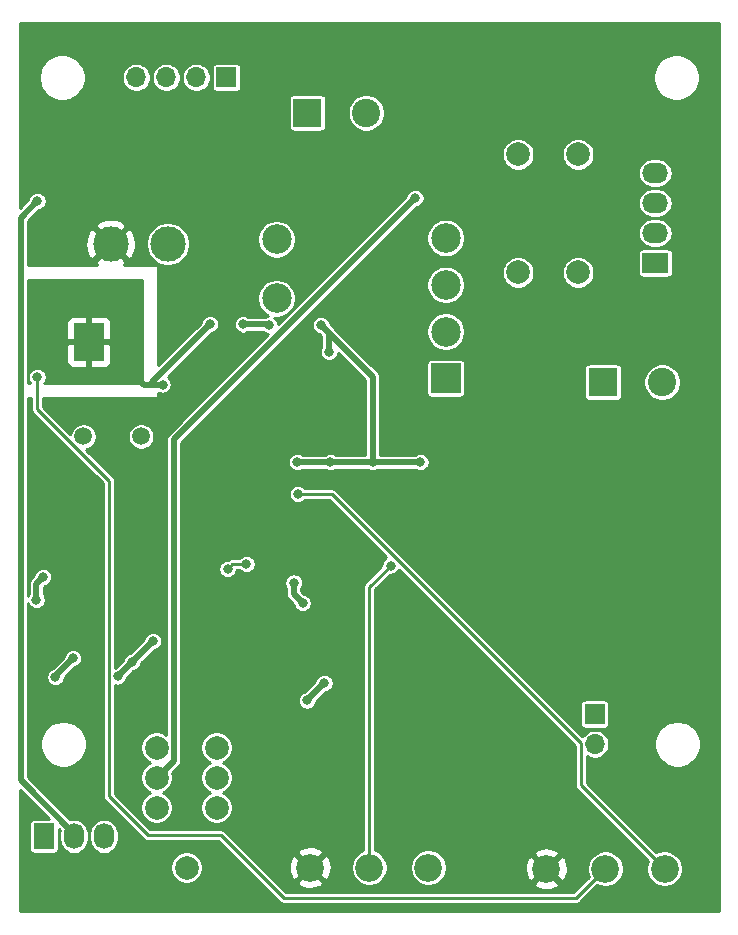
<source format=gbl>
G04 #@! TF.GenerationSoftware,KiCad,Pcbnew,(5.1.10)-1*
G04 #@! TF.CreationDate,2021-10-15T17:24:33+02:00*
G04 #@! TF.ProjectId,Transmitter,5472616e-736d-4697-9474-65722e6b6963,rev?*
G04 #@! TF.SameCoordinates,Original*
G04 #@! TF.FileFunction,Copper,L2,Bot*
G04 #@! TF.FilePolarity,Positive*
%FSLAX46Y46*%
G04 Gerber Fmt 4.6, Leading zero omitted, Abs format (unit mm)*
G04 Created by KiCad (PCBNEW (5.1.10)-1) date 2021-10-15 17:24:33*
%MOMM*%
%LPD*%
G01*
G04 APERTURE LIST*
G04 #@! TA.AperFunction,ComponentPad*
%ADD10R,2.514000X3.200000*%
G04 #@! TD*
G04 #@! TA.AperFunction,ComponentPad*
%ADD11C,2.340000*%
G04 #@! TD*
G04 #@! TA.AperFunction,ComponentPad*
%ADD12O,1.700000X1.700000*%
G04 #@! TD*
G04 #@! TA.AperFunction,ComponentPad*
%ADD13R,1.700000X1.700000*%
G04 #@! TD*
G04 #@! TA.AperFunction,ComponentPad*
%ADD14O,2.200000X1.700000*%
G04 #@! TD*
G04 #@! TA.AperFunction,ComponentPad*
%ADD15R,2.200000X1.700000*%
G04 #@! TD*
G04 #@! TA.AperFunction,ComponentPad*
%ADD16C,2.500000*%
G04 #@! TD*
G04 #@! TA.AperFunction,ComponentPad*
%ADD17C,3.000000*%
G04 #@! TD*
G04 #@! TA.AperFunction,ComponentPad*
%ADD18C,2.000000*%
G04 #@! TD*
G04 #@! TA.AperFunction,ComponentPad*
%ADD19O,1.700000X2.200000*%
G04 #@! TD*
G04 #@! TA.AperFunction,ComponentPad*
%ADD20R,1.700000X2.200000*%
G04 #@! TD*
G04 #@! TA.AperFunction,ComponentPad*
%ADD21C,1.500000*%
G04 #@! TD*
G04 #@! TA.AperFunction,ComponentPad*
%ADD22R,2.500000X2.500000*%
G04 #@! TD*
G04 #@! TA.AperFunction,ComponentPad*
%ADD23C,2.400000*%
G04 #@! TD*
G04 #@! TA.AperFunction,ComponentPad*
%ADD24R,2.400000X2.400000*%
G04 #@! TD*
G04 #@! TA.AperFunction,ViaPad*
%ADD25C,0.800000*%
G04 #@! TD*
G04 #@! TA.AperFunction,Conductor*
%ADD26C,0.500000*%
G04 #@! TD*
G04 #@! TA.AperFunction,Conductor*
%ADD27C,0.250000*%
G04 #@! TD*
G04 #@! TA.AperFunction,Conductor*
%ADD28C,0.254000*%
G04 #@! TD*
G04 #@! TA.AperFunction,Conductor*
%ADD29C,0.100000*%
G04 #@! TD*
G04 APERTURE END LIST*
D10*
X157250000Y-98400000D03*
D11*
X196000000Y-143000000D03*
X201000000Y-143000000D03*
X206000000Y-143000000D03*
X176000000Y-142900000D03*
X181000000Y-142900000D03*
X186000000Y-142900000D03*
D12*
X161280000Y-76000000D03*
X163820000Y-76000000D03*
X166360000Y-76000000D03*
D13*
X168900000Y-76000000D03*
D14*
X205200000Y-84090000D03*
X205200000Y-86630000D03*
X205200000Y-89170000D03*
D15*
X205200000Y-91710000D03*
D16*
X173150000Y-94700000D03*
X173150000Y-89700000D03*
D12*
X200100000Y-132440000D03*
D13*
X200100000Y-129900000D03*
D17*
X159100000Y-90100000D03*
X163950000Y-90100000D03*
D18*
X165540000Y-142910000D03*
X168080000Y-137830000D03*
X168080000Y-135290000D03*
X163000000Y-137830000D03*
X163000000Y-135290000D03*
X168080000Y-132750000D03*
X163000000Y-132750000D03*
D19*
X156000000Y-140250000D03*
D20*
X153460000Y-140250000D03*
D19*
X158540000Y-140250000D03*
D21*
X161680000Y-106400000D03*
X156800000Y-106400000D03*
D18*
X198680000Y-82500000D03*
X193600000Y-82500000D03*
X198680000Y-92500000D03*
X193600000Y-92500000D03*
D16*
X187475000Y-89595000D03*
X187475000Y-93555000D03*
X187475000Y-97515000D03*
D22*
X187475000Y-101475000D03*
D23*
X180750000Y-79000000D03*
D24*
X175750000Y-79000000D03*
D23*
X205800000Y-101800000D03*
D24*
X200800000Y-101800000D03*
D25*
X188987500Y-124512500D03*
X162700000Y-123700000D03*
X160900000Y-125500000D03*
X159687347Y-126712653D03*
X161500000Y-101600000D03*
X163500000Y-102000000D03*
X167525010Y-96874990D03*
X170300000Y-96900000D03*
X172512653Y-96962653D03*
X176900000Y-96950000D03*
X177600000Y-99250000D03*
X152900000Y-86450000D03*
X184900000Y-86200000D03*
X177700000Y-108575000D03*
X181300000Y-108575000D03*
X185325000Y-108575000D03*
X154425000Y-126750000D03*
X155925000Y-125175000D03*
X152825000Y-120225000D03*
X153400000Y-118275000D03*
X174600000Y-118775000D03*
X175350000Y-120500000D03*
X175725000Y-128750000D03*
X177200000Y-127250000D03*
X174900000Y-108575000D03*
X174950000Y-111275000D03*
X182799990Y-117325000D03*
X170600000Y-117200000D03*
X169000000Y-117600000D03*
X152900000Y-101350000D03*
D26*
X162700000Y-123700000D02*
X160900000Y-125500000D01*
X160900000Y-125500000D02*
X159687347Y-126712653D01*
X161900000Y-102000000D02*
X161500000Y-101600000D01*
X167525010Y-96874990D02*
X162600000Y-101800000D01*
X162600000Y-101800000D02*
X162600000Y-102000000D01*
X162600000Y-102000000D02*
X161900000Y-102000000D01*
X163500000Y-102000000D02*
X162600000Y-102000000D01*
X172450000Y-96900000D02*
X172512653Y-96962653D01*
X170300000Y-96900000D02*
X172450000Y-96900000D01*
X176900000Y-96950000D02*
X177550000Y-97600000D01*
X177550000Y-99200000D02*
X177600000Y-99250000D01*
X177550000Y-97600000D02*
X177550000Y-99200000D01*
X151475010Y-135505008D02*
X156000000Y-140029998D01*
X156000000Y-140029998D02*
X156000000Y-140250000D01*
X151475010Y-87874990D02*
X151475010Y-135505008D01*
X152900000Y-86450000D02*
X151475010Y-87874990D01*
X164450001Y-106649999D02*
X184900000Y-86200000D01*
X164450001Y-133839999D02*
X164450001Y-106649999D01*
X163000000Y-135290000D02*
X164450001Y-133839999D01*
X177700000Y-108575000D02*
X181300000Y-108575000D01*
X181300000Y-108575000D02*
X185325000Y-108575000D01*
X154425000Y-126675000D02*
X155925000Y-125175000D01*
X154425000Y-126750000D02*
X154425000Y-126675000D01*
X152825000Y-118850000D02*
X153400000Y-118275000D01*
X152825000Y-120225000D02*
X152825000Y-118850000D01*
X174600000Y-119750000D02*
X175350000Y-120500000D01*
X174600000Y-118775000D02*
X174600000Y-119750000D01*
X175725000Y-128725000D02*
X177200000Y-127250000D01*
X175725000Y-128750000D02*
X175725000Y-128725000D01*
X181300000Y-101350000D02*
X177550000Y-97600000D01*
X181300000Y-108575000D02*
X181300000Y-101350000D01*
X177700000Y-108575000D02*
X174900000Y-108575000D01*
D27*
X173350000Y-95550000D02*
X172900000Y-95550000D01*
X198924999Y-135924999D02*
X206000000Y-143000000D01*
X198924999Y-132377007D02*
X198924999Y-135924999D01*
X177822992Y-111275000D02*
X198924999Y-132377007D01*
X174950000Y-111275000D02*
X177822992Y-111275000D01*
X181000000Y-119124990D02*
X182799990Y-117325000D01*
X181000000Y-142900000D02*
X181000000Y-119124990D01*
X169400000Y-117200000D02*
X169000000Y-117600000D01*
X170600000Y-117200000D02*
X169400000Y-117200000D01*
X158962346Y-110153348D02*
X152900000Y-104091002D01*
X158962346Y-135753348D02*
X158962346Y-110153348D01*
X152900000Y-104091002D02*
X152900000Y-101350000D01*
X162250000Y-140150000D02*
X158962346Y-136862346D01*
X158962346Y-136862346D02*
X158962346Y-135753348D01*
X173775000Y-145500000D02*
X168425000Y-140150000D01*
X198500000Y-145500000D02*
X173775000Y-145500000D01*
X201000000Y-143000000D02*
X198500000Y-145500000D01*
X168425000Y-140150000D02*
X162250000Y-140150000D01*
D28*
X161798431Y-101873000D02*
X153481501Y-101873000D01*
X153506642Y-101847859D01*
X153592113Y-101719942D01*
X153650987Y-101577809D01*
X153681000Y-101426922D01*
X153681000Y-101273078D01*
X153650987Y-101122191D01*
X153592113Y-100980058D01*
X153506642Y-100852141D01*
X153397859Y-100743358D01*
X153269942Y-100657887D01*
X153127809Y-100599013D01*
X152976922Y-100569000D01*
X152823078Y-100569000D01*
X152672191Y-100599013D01*
X152530058Y-100657887D01*
X152402141Y-100743358D01*
X152293358Y-100852141D01*
X152207887Y-100980058D01*
X152149013Y-101122191D01*
X152119000Y-101273078D01*
X152119000Y-101426922D01*
X152149013Y-101577809D01*
X152207887Y-101719942D01*
X152293358Y-101847859D01*
X152318499Y-101873000D01*
X152106010Y-101873000D01*
X152106010Y-100000000D01*
X155354928Y-100000000D01*
X155367188Y-100124482D01*
X155403498Y-100244180D01*
X155462463Y-100354494D01*
X155541815Y-100451185D01*
X155638506Y-100530537D01*
X155748820Y-100589502D01*
X155868518Y-100625812D01*
X155993000Y-100638072D01*
X156964250Y-100635000D01*
X157123000Y-100476250D01*
X157123000Y-98527000D01*
X157377000Y-98527000D01*
X157377000Y-100476250D01*
X157535750Y-100635000D01*
X158507000Y-100638072D01*
X158631482Y-100625812D01*
X158751180Y-100589502D01*
X158861494Y-100530537D01*
X158958185Y-100451185D01*
X159037537Y-100354494D01*
X159096502Y-100244180D01*
X159132812Y-100124482D01*
X159145072Y-100000000D01*
X159142000Y-98685750D01*
X158983250Y-98527000D01*
X157377000Y-98527000D01*
X157123000Y-98527000D01*
X155516750Y-98527000D01*
X155358000Y-98685750D01*
X155354928Y-100000000D01*
X152106010Y-100000000D01*
X152106010Y-96800000D01*
X155354928Y-96800000D01*
X155358000Y-98114250D01*
X155516750Y-98273000D01*
X157123000Y-98273000D01*
X157123000Y-96323750D01*
X157377000Y-96323750D01*
X157377000Y-98273000D01*
X158983250Y-98273000D01*
X159142000Y-98114250D01*
X159145072Y-96800000D01*
X159132812Y-96675518D01*
X159096502Y-96555820D01*
X159037537Y-96445506D01*
X158958185Y-96348815D01*
X158861494Y-96269463D01*
X158751180Y-96210498D01*
X158631482Y-96174188D01*
X158507000Y-96161928D01*
X157535750Y-96165000D01*
X157377000Y-96323750D01*
X157123000Y-96323750D01*
X156964250Y-96165000D01*
X155993000Y-96161928D01*
X155868518Y-96174188D01*
X155748820Y-96210498D01*
X155638506Y-96269463D01*
X155541815Y-96348815D01*
X155462463Y-96445506D01*
X155403498Y-96555820D01*
X155367188Y-96675518D01*
X155354928Y-96800000D01*
X152106010Y-96800000D01*
X152106010Y-93127000D01*
X161798431Y-93127000D01*
X161798431Y-101873000D01*
G04 #@! TA.AperFunction,Conductor*
D29*
G36*
X161798431Y-101873000D02*
G01*
X153481501Y-101873000D01*
X153506642Y-101847859D01*
X153592113Y-101719942D01*
X153650987Y-101577809D01*
X153681000Y-101426922D01*
X153681000Y-101273078D01*
X153650987Y-101122191D01*
X153592113Y-100980058D01*
X153506642Y-100852141D01*
X153397859Y-100743358D01*
X153269942Y-100657887D01*
X153127809Y-100599013D01*
X152976922Y-100569000D01*
X152823078Y-100569000D01*
X152672191Y-100599013D01*
X152530058Y-100657887D01*
X152402141Y-100743358D01*
X152293358Y-100852141D01*
X152207887Y-100980058D01*
X152149013Y-101122191D01*
X152119000Y-101273078D01*
X152119000Y-101426922D01*
X152149013Y-101577809D01*
X152207887Y-101719942D01*
X152293358Y-101847859D01*
X152318499Y-101873000D01*
X152106010Y-101873000D01*
X152106010Y-100000000D01*
X155354928Y-100000000D01*
X155367188Y-100124482D01*
X155403498Y-100244180D01*
X155462463Y-100354494D01*
X155541815Y-100451185D01*
X155638506Y-100530537D01*
X155748820Y-100589502D01*
X155868518Y-100625812D01*
X155993000Y-100638072D01*
X156964250Y-100635000D01*
X157123000Y-100476250D01*
X157123000Y-98527000D01*
X157377000Y-98527000D01*
X157377000Y-100476250D01*
X157535750Y-100635000D01*
X158507000Y-100638072D01*
X158631482Y-100625812D01*
X158751180Y-100589502D01*
X158861494Y-100530537D01*
X158958185Y-100451185D01*
X159037537Y-100354494D01*
X159096502Y-100244180D01*
X159132812Y-100124482D01*
X159145072Y-100000000D01*
X159142000Y-98685750D01*
X158983250Y-98527000D01*
X157377000Y-98527000D01*
X157123000Y-98527000D01*
X155516750Y-98527000D01*
X155358000Y-98685750D01*
X155354928Y-100000000D01*
X152106010Y-100000000D01*
X152106010Y-96800000D01*
X155354928Y-96800000D01*
X155358000Y-98114250D01*
X155516750Y-98273000D01*
X157123000Y-98273000D01*
X157123000Y-96323750D01*
X157377000Y-96323750D01*
X157377000Y-98273000D01*
X158983250Y-98273000D01*
X159142000Y-98114250D01*
X159145072Y-96800000D01*
X159132812Y-96675518D01*
X159096502Y-96555820D01*
X159037537Y-96445506D01*
X158958185Y-96348815D01*
X158861494Y-96269463D01*
X158751180Y-96210498D01*
X158631482Y-96174188D01*
X158507000Y-96161928D01*
X157535750Y-96165000D01*
X157377000Y-96323750D01*
X157123000Y-96323750D01*
X156964250Y-96165000D01*
X155993000Y-96161928D01*
X155868518Y-96174188D01*
X155748820Y-96210498D01*
X155638506Y-96269463D01*
X155541815Y-96348815D01*
X155462463Y-96445506D01*
X155403498Y-96555820D01*
X155367188Y-96675518D01*
X155354928Y-96800000D01*
X152106010Y-96800000D01*
X152106010Y-93127000D01*
X161798431Y-93127000D01*
X161798431Y-101873000D01*
G37*
G04 #@! TD.AperFunction*
D28*
X210594001Y-146594000D02*
X151406000Y-146594000D01*
X151406000Y-142773983D01*
X164159000Y-142773983D01*
X164159000Y-143046017D01*
X164212071Y-143312823D01*
X164316174Y-143564149D01*
X164467307Y-143790336D01*
X164659664Y-143982693D01*
X164885851Y-144133826D01*
X165137177Y-144237929D01*
X165403983Y-144291000D01*
X165676017Y-144291000D01*
X165942823Y-144237929D01*
X166194149Y-144133826D01*
X166420336Y-143982693D01*
X166612693Y-143790336D01*
X166763826Y-143564149D01*
X166867929Y-143312823D01*
X166921000Y-143046017D01*
X166921000Y-142773983D01*
X166867929Y-142507177D01*
X166763826Y-142255851D01*
X166612693Y-142029664D01*
X166420336Y-141837307D01*
X166194149Y-141686174D01*
X165942823Y-141582071D01*
X165676017Y-141529000D01*
X165403983Y-141529000D01*
X165137177Y-141582071D01*
X164885851Y-141686174D01*
X164659664Y-141837307D01*
X164467307Y-142029664D01*
X164316174Y-142255851D01*
X164212071Y-142507177D01*
X164159000Y-142773983D01*
X151406000Y-142773983D01*
X151406000Y-136328366D01*
X153844790Y-138767157D01*
X152610000Y-138767157D01*
X152535311Y-138774513D01*
X152463492Y-138796299D01*
X152397304Y-138831678D01*
X152339289Y-138879289D01*
X152291678Y-138937304D01*
X152256299Y-139003492D01*
X152234513Y-139075311D01*
X152227157Y-139150000D01*
X152227157Y-141350000D01*
X152234513Y-141424689D01*
X152256299Y-141496508D01*
X152291678Y-141562696D01*
X152339289Y-141620711D01*
X152397304Y-141668322D01*
X152463492Y-141703701D01*
X152535311Y-141725487D01*
X152610000Y-141732843D01*
X154310000Y-141732843D01*
X154384689Y-141725487D01*
X154456508Y-141703701D01*
X154522696Y-141668322D01*
X154580711Y-141620711D01*
X154628322Y-141562696D01*
X154663701Y-141496508D01*
X154685487Y-141424689D01*
X154692843Y-141350000D01*
X154692843Y-139615210D01*
X154798334Y-139720701D01*
X154786812Y-139758683D01*
X154769000Y-139939529D01*
X154769000Y-140560472D01*
X154786812Y-140741318D01*
X154857202Y-140973363D01*
X154971510Y-141187216D01*
X155125341Y-141374660D01*
X155312785Y-141528491D01*
X155526638Y-141642798D01*
X155758683Y-141713188D01*
X156000000Y-141736956D01*
X156241318Y-141713188D01*
X156473363Y-141642798D01*
X156687216Y-141528491D01*
X156874660Y-141374660D01*
X157028491Y-141187216D01*
X157142798Y-140973362D01*
X157213188Y-140741317D01*
X157231000Y-140560471D01*
X157231000Y-139939529D01*
X157309000Y-139939529D01*
X157309000Y-140560472D01*
X157326812Y-140741318D01*
X157397202Y-140973363D01*
X157511510Y-141187216D01*
X157665341Y-141374660D01*
X157852785Y-141528491D01*
X158066638Y-141642798D01*
X158298683Y-141713188D01*
X158540000Y-141736956D01*
X158781318Y-141713188D01*
X159013363Y-141642798D01*
X159227216Y-141528491D01*
X159414660Y-141374660D01*
X159568491Y-141187216D01*
X159682798Y-140973362D01*
X159753188Y-140741317D01*
X159771000Y-140560471D01*
X159771000Y-139939528D01*
X159753188Y-139758682D01*
X159682798Y-139526637D01*
X159568491Y-139312784D01*
X159414660Y-139125340D01*
X159227215Y-138971509D01*
X159013362Y-138857202D01*
X158781317Y-138786812D01*
X158540000Y-138763044D01*
X158298682Y-138786812D01*
X158066637Y-138857202D01*
X157852784Y-138971509D01*
X157665340Y-139125340D01*
X157511509Y-139312785D01*
X157397202Y-139526638D01*
X157326812Y-139758683D01*
X157309000Y-139939529D01*
X157231000Y-139939529D01*
X157231000Y-139939528D01*
X157213188Y-139758682D01*
X157142798Y-139526637D01*
X157028491Y-139312784D01*
X156874660Y-139125340D01*
X156687215Y-138971509D01*
X156473362Y-138857202D01*
X156241317Y-138786812D01*
X156000000Y-138763044D01*
X155758682Y-138786812D01*
X155674668Y-138812297D01*
X152106010Y-135243640D01*
X152106010Y-132254889D01*
X153119000Y-132254889D01*
X153119000Y-132645111D01*
X153195129Y-133027836D01*
X153344461Y-133388355D01*
X153561257Y-133712814D01*
X153837186Y-133988743D01*
X154161645Y-134205539D01*
X154522164Y-134354871D01*
X154904889Y-134431000D01*
X155295111Y-134431000D01*
X155677836Y-134354871D01*
X156038355Y-134205539D01*
X156362814Y-133988743D01*
X156638743Y-133712814D01*
X156855539Y-133388355D01*
X157004871Y-133027836D01*
X157081000Y-132645111D01*
X157081000Y-132254889D01*
X157004871Y-131872164D01*
X156855539Y-131511645D01*
X156638743Y-131187186D01*
X156362814Y-130911257D01*
X156038355Y-130694461D01*
X155677836Y-130545129D01*
X155295111Y-130469000D01*
X154904889Y-130469000D01*
X154522164Y-130545129D01*
X154161645Y-130694461D01*
X153837186Y-130911257D01*
X153561257Y-131187186D01*
X153344461Y-131511645D01*
X153195129Y-131872164D01*
X153119000Y-132254889D01*
X152106010Y-132254889D01*
X152106010Y-126673078D01*
X153644000Y-126673078D01*
X153644000Y-126826922D01*
X153674013Y-126977809D01*
X153732887Y-127119942D01*
X153818358Y-127247859D01*
X153927141Y-127356642D01*
X154055058Y-127442113D01*
X154197191Y-127500987D01*
X154348078Y-127531000D01*
X154501922Y-127531000D01*
X154652809Y-127500987D01*
X154794942Y-127442113D01*
X154922859Y-127356642D01*
X155031642Y-127247859D01*
X155117113Y-127119942D01*
X155175987Y-126977809D01*
X155206000Y-126826922D01*
X155206000Y-126786368D01*
X156044922Y-125947447D01*
X156152809Y-125925987D01*
X156294942Y-125867113D01*
X156422859Y-125781642D01*
X156531642Y-125672859D01*
X156617113Y-125544942D01*
X156675987Y-125402809D01*
X156706000Y-125251922D01*
X156706000Y-125098078D01*
X156675987Y-124947191D01*
X156617113Y-124805058D01*
X156531642Y-124677141D01*
X156422859Y-124568358D01*
X156294942Y-124482887D01*
X156152809Y-124424013D01*
X156001922Y-124394000D01*
X155848078Y-124394000D01*
X155697191Y-124424013D01*
X155555058Y-124482887D01*
X155427141Y-124568358D01*
X155318358Y-124677141D01*
X155232887Y-124805058D01*
X155174013Y-124947191D01*
X155152553Y-125055078D01*
X154211456Y-125996175D01*
X154197191Y-125999013D01*
X154055058Y-126057887D01*
X153927141Y-126143358D01*
X153818358Y-126252141D01*
X153732887Y-126380058D01*
X153674013Y-126522191D01*
X153644000Y-126673078D01*
X152106010Y-126673078D01*
X152106010Y-120530056D01*
X152132887Y-120594942D01*
X152218358Y-120722859D01*
X152327141Y-120831642D01*
X152455058Y-120917113D01*
X152597191Y-120975987D01*
X152748078Y-121006000D01*
X152901922Y-121006000D01*
X153052809Y-120975987D01*
X153194942Y-120917113D01*
X153322859Y-120831642D01*
X153431642Y-120722859D01*
X153517113Y-120594942D01*
X153575987Y-120452809D01*
X153606000Y-120301922D01*
X153606000Y-120148078D01*
X153575987Y-119997191D01*
X153517113Y-119855058D01*
X153456000Y-119763595D01*
X153456000Y-119111368D01*
X153519921Y-119047447D01*
X153627809Y-119025987D01*
X153769942Y-118967113D01*
X153897859Y-118881642D01*
X154006642Y-118772859D01*
X154092113Y-118644942D01*
X154150987Y-118502809D01*
X154181000Y-118351922D01*
X154181000Y-118198078D01*
X154150987Y-118047191D01*
X154092113Y-117905058D01*
X154006642Y-117777141D01*
X153897859Y-117668358D01*
X153769942Y-117582887D01*
X153627809Y-117524013D01*
X153476922Y-117494000D01*
X153323078Y-117494000D01*
X153172191Y-117524013D01*
X153030058Y-117582887D01*
X152902141Y-117668358D01*
X152793358Y-117777141D01*
X152707887Y-117905058D01*
X152649013Y-118047191D01*
X152627553Y-118155079D01*
X152400732Y-118381899D01*
X152376658Y-118401657D01*
X152356900Y-118425732D01*
X152356897Y-118425735D01*
X152297804Y-118497740D01*
X152239211Y-118607359D01*
X152203130Y-118726303D01*
X152190948Y-118850000D01*
X152194001Y-118881000D01*
X152194000Y-119763595D01*
X152132887Y-119855058D01*
X152106010Y-119919944D01*
X152106010Y-103127000D01*
X152394000Y-103127000D01*
X152394000Y-104066156D01*
X152391553Y-104091002D01*
X152394000Y-104115848D01*
X152394000Y-104115855D01*
X152401322Y-104190194D01*
X152430255Y-104285576D01*
X152477241Y-104373481D01*
X152540473Y-104450529D01*
X152559785Y-104466378D01*
X158456347Y-110362941D01*
X158456346Y-135778201D01*
X158456347Y-135778211D01*
X158456346Y-136837499D01*
X158453899Y-136862346D01*
X158456346Y-136887192D01*
X158456346Y-136887199D01*
X158463668Y-136961538D01*
X158492601Y-137056920D01*
X158539587Y-137144825D01*
X158602819Y-137221873D01*
X158622131Y-137237722D01*
X161874628Y-140490220D01*
X161890473Y-140509527D01*
X161967521Y-140572759D01*
X162048020Y-140615787D01*
X162055425Y-140619745D01*
X162150807Y-140648678D01*
X162250000Y-140658448D01*
X162274854Y-140656000D01*
X168215409Y-140656000D01*
X173399628Y-145840220D01*
X173415473Y-145859527D01*
X173492521Y-145922759D01*
X173580425Y-145969745D01*
X173675807Y-145998678D01*
X173775000Y-146008448D01*
X173799854Y-146006000D01*
X198475154Y-146006000D01*
X198500000Y-146008447D01*
X198524846Y-146006000D01*
X198524854Y-146006000D01*
X198599193Y-145998678D01*
X198694575Y-145969745D01*
X198782479Y-145922759D01*
X198859527Y-145859527D01*
X198875376Y-145840215D01*
X200318915Y-144396676D01*
X200547590Y-144491396D01*
X200847240Y-144551000D01*
X201152760Y-144551000D01*
X201452410Y-144491396D01*
X201734674Y-144374479D01*
X201988705Y-144204741D01*
X202204741Y-143988705D01*
X202374479Y-143734674D01*
X202491396Y-143452410D01*
X202551000Y-143152760D01*
X202551000Y-142847240D01*
X202491396Y-142547590D01*
X202374479Y-142265326D01*
X202204741Y-142011295D01*
X201988705Y-141795259D01*
X201734674Y-141625521D01*
X201452410Y-141508604D01*
X201152760Y-141449000D01*
X200847240Y-141449000D01*
X200547590Y-141508604D01*
X200265326Y-141625521D01*
X200011295Y-141795259D01*
X199795259Y-142011295D01*
X199625521Y-142265326D01*
X199508604Y-142547590D01*
X199449000Y-142847240D01*
X199449000Y-143152760D01*
X199508604Y-143452410D01*
X199603324Y-143681085D01*
X198290409Y-144994000D01*
X173984592Y-144994000D01*
X173147194Y-144156602D01*
X174923003Y-144156602D01*
X175039275Y-144438389D01*
X175357860Y-144596257D01*
X175701122Y-144688938D01*
X176055869Y-144712873D01*
X176408470Y-144667139D01*
X176745373Y-144553495D01*
X176960725Y-144438389D01*
X177076997Y-144156602D01*
X176000000Y-143079605D01*
X174923003Y-144156602D01*
X173147194Y-144156602D01*
X171946461Y-142955869D01*
X174187127Y-142955869D01*
X174232861Y-143308470D01*
X174346505Y-143645373D01*
X174461611Y-143860725D01*
X174743398Y-143976997D01*
X175820395Y-142900000D01*
X176179605Y-142900000D01*
X177256602Y-143976997D01*
X177538389Y-143860725D01*
X177696257Y-143542140D01*
X177788938Y-143198878D01*
X177812873Y-142844131D01*
X177767139Y-142491530D01*
X177653495Y-142154627D01*
X177538389Y-141939275D01*
X177256602Y-141823003D01*
X176179605Y-142900000D01*
X175820395Y-142900000D01*
X174743398Y-141823003D01*
X174461611Y-141939275D01*
X174303743Y-142257860D01*
X174211062Y-142601122D01*
X174187127Y-142955869D01*
X171946461Y-142955869D01*
X170633990Y-141643398D01*
X174923003Y-141643398D01*
X176000000Y-142720395D01*
X177076997Y-141643398D01*
X176960725Y-141361611D01*
X176642140Y-141203743D01*
X176298878Y-141111062D01*
X175944131Y-141087127D01*
X175591530Y-141132861D01*
X175254627Y-141246505D01*
X175039275Y-141361611D01*
X174923003Y-141643398D01*
X170633990Y-141643398D01*
X168800376Y-139809785D01*
X168784527Y-139790473D01*
X168707479Y-139727241D01*
X168619575Y-139680255D01*
X168524193Y-139651322D01*
X168449854Y-139644000D01*
X168449846Y-139644000D01*
X168425000Y-139641553D01*
X168400154Y-139644000D01*
X162459592Y-139644000D01*
X159468346Y-136652755D01*
X159468346Y-132613983D01*
X161619000Y-132613983D01*
X161619000Y-132886017D01*
X161672071Y-133152823D01*
X161776174Y-133404149D01*
X161927307Y-133630336D01*
X162119664Y-133822693D01*
X162345851Y-133973826D01*
X162457325Y-134020000D01*
X162345851Y-134066174D01*
X162119664Y-134217307D01*
X161927307Y-134409664D01*
X161776174Y-134635851D01*
X161672071Y-134887177D01*
X161619000Y-135153983D01*
X161619000Y-135426017D01*
X161672071Y-135692823D01*
X161776174Y-135944149D01*
X161927307Y-136170336D01*
X162119664Y-136362693D01*
X162345851Y-136513826D01*
X162457325Y-136560000D01*
X162345851Y-136606174D01*
X162119664Y-136757307D01*
X161927307Y-136949664D01*
X161776174Y-137175851D01*
X161672071Y-137427177D01*
X161619000Y-137693983D01*
X161619000Y-137966017D01*
X161672071Y-138232823D01*
X161776174Y-138484149D01*
X161927307Y-138710336D01*
X162119664Y-138902693D01*
X162345851Y-139053826D01*
X162597177Y-139157929D01*
X162863983Y-139211000D01*
X163136017Y-139211000D01*
X163402823Y-139157929D01*
X163654149Y-139053826D01*
X163880336Y-138902693D01*
X164072693Y-138710336D01*
X164223826Y-138484149D01*
X164327929Y-138232823D01*
X164381000Y-137966017D01*
X164381000Y-137693983D01*
X164327929Y-137427177D01*
X164223826Y-137175851D01*
X164072693Y-136949664D01*
X163880336Y-136757307D01*
X163654149Y-136606174D01*
X163542675Y-136560000D01*
X163654149Y-136513826D01*
X163880336Y-136362693D01*
X164072693Y-136170336D01*
X164223826Y-135944149D01*
X164327929Y-135692823D01*
X164381000Y-135426017D01*
X164381000Y-135153983D01*
X164327929Y-134887177D01*
X164318340Y-134864028D01*
X164874270Y-134308099D01*
X164898344Y-134288342D01*
X164977197Y-134192260D01*
X165035790Y-134082641D01*
X165071871Y-133963697D01*
X165081001Y-133870997D01*
X165081001Y-133870988D01*
X165084053Y-133840000D01*
X165081001Y-133809012D01*
X165081001Y-132613983D01*
X166699000Y-132613983D01*
X166699000Y-132886017D01*
X166752071Y-133152823D01*
X166856174Y-133404149D01*
X167007307Y-133630336D01*
X167199664Y-133822693D01*
X167425851Y-133973826D01*
X167537325Y-134020000D01*
X167425851Y-134066174D01*
X167199664Y-134217307D01*
X167007307Y-134409664D01*
X166856174Y-134635851D01*
X166752071Y-134887177D01*
X166699000Y-135153983D01*
X166699000Y-135426017D01*
X166752071Y-135692823D01*
X166856174Y-135944149D01*
X167007307Y-136170336D01*
X167199664Y-136362693D01*
X167425851Y-136513826D01*
X167537325Y-136560000D01*
X167425851Y-136606174D01*
X167199664Y-136757307D01*
X167007307Y-136949664D01*
X166856174Y-137175851D01*
X166752071Y-137427177D01*
X166699000Y-137693983D01*
X166699000Y-137966017D01*
X166752071Y-138232823D01*
X166856174Y-138484149D01*
X167007307Y-138710336D01*
X167199664Y-138902693D01*
X167425851Y-139053826D01*
X167677177Y-139157929D01*
X167943983Y-139211000D01*
X168216017Y-139211000D01*
X168482823Y-139157929D01*
X168734149Y-139053826D01*
X168960336Y-138902693D01*
X169152693Y-138710336D01*
X169303826Y-138484149D01*
X169407929Y-138232823D01*
X169461000Y-137966017D01*
X169461000Y-137693983D01*
X169407929Y-137427177D01*
X169303826Y-137175851D01*
X169152693Y-136949664D01*
X168960336Y-136757307D01*
X168734149Y-136606174D01*
X168622675Y-136560000D01*
X168734149Y-136513826D01*
X168960336Y-136362693D01*
X169152693Y-136170336D01*
X169303826Y-135944149D01*
X169407929Y-135692823D01*
X169461000Y-135426017D01*
X169461000Y-135153983D01*
X169407929Y-134887177D01*
X169303826Y-134635851D01*
X169152693Y-134409664D01*
X168960336Y-134217307D01*
X168734149Y-134066174D01*
X168622675Y-134020000D01*
X168734149Y-133973826D01*
X168960336Y-133822693D01*
X169152693Y-133630336D01*
X169303826Y-133404149D01*
X169407929Y-133152823D01*
X169461000Y-132886017D01*
X169461000Y-132613983D01*
X169407929Y-132347177D01*
X169303826Y-132095851D01*
X169152693Y-131869664D01*
X168960336Y-131677307D01*
X168734149Y-131526174D01*
X168482823Y-131422071D01*
X168216017Y-131369000D01*
X167943983Y-131369000D01*
X167677177Y-131422071D01*
X167425851Y-131526174D01*
X167199664Y-131677307D01*
X167007307Y-131869664D01*
X166856174Y-132095851D01*
X166752071Y-132347177D01*
X166699000Y-132613983D01*
X165081001Y-132613983D01*
X165081001Y-128673078D01*
X174944000Y-128673078D01*
X174944000Y-128826922D01*
X174974013Y-128977809D01*
X175032887Y-129119942D01*
X175118358Y-129247859D01*
X175227141Y-129356642D01*
X175355058Y-129442113D01*
X175497191Y-129500987D01*
X175648078Y-129531000D01*
X175801922Y-129531000D01*
X175952809Y-129500987D01*
X176094942Y-129442113D01*
X176222859Y-129356642D01*
X176331642Y-129247859D01*
X176417113Y-129119942D01*
X176475987Y-128977809D01*
X176503655Y-128838714D01*
X177319922Y-128022447D01*
X177427809Y-128000987D01*
X177569942Y-127942113D01*
X177697859Y-127856642D01*
X177806642Y-127747859D01*
X177892113Y-127619942D01*
X177950987Y-127477809D01*
X177981000Y-127326922D01*
X177981000Y-127173078D01*
X177950987Y-127022191D01*
X177892113Y-126880058D01*
X177806642Y-126752141D01*
X177697859Y-126643358D01*
X177569942Y-126557887D01*
X177427809Y-126499013D01*
X177276922Y-126469000D01*
X177123078Y-126469000D01*
X176972191Y-126499013D01*
X176830058Y-126557887D01*
X176702141Y-126643358D01*
X176593358Y-126752141D01*
X176507887Y-126880058D01*
X176449013Y-127022191D01*
X176427553Y-127130078D01*
X175573871Y-127983760D01*
X175497191Y-127999013D01*
X175355058Y-128057887D01*
X175227141Y-128143358D01*
X175118358Y-128252141D01*
X175032887Y-128380058D01*
X174974013Y-128522191D01*
X174944000Y-128673078D01*
X165081001Y-128673078D01*
X165081001Y-118698078D01*
X173819000Y-118698078D01*
X173819000Y-118851922D01*
X173849013Y-119002809D01*
X173907887Y-119144942D01*
X173969000Y-119236405D01*
X173969001Y-119719000D01*
X173965948Y-119750000D01*
X173978130Y-119873697D01*
X174014211Y-119992641D01*
X174072804Y-120102260D01*
X174131897Y-120174265D01*
X174131900Y-120174268D01*
X174151658Y-120198343D01*
X174175733Y-120218101D01*
X174577553Y-120619922D01*
X174599013Y-120727809D01*
X174657887Y-120869942D01*
X174743358Y-120997859D01*
X174852141Y-121106642D01*
X174980058Y-121192113D01*
X175122191Y-121250987D01*
X175273078Y-121281000D01*
X175426922Y-121281000D01*
X175577809Y-121250987D01*
X175719942Y-121192113D01*
X175847859Y-121106642D01*
X175956642Y-120997859D01*
X176042113Y-120869942D01*
X176100987Y-120727809D01*
X176131000Y-120576922D01*
X176131000Y-120423078D01*
X176100987Y-120272191D01*
X176042113Y-120130058D01*
X175956642Y-120002141D01*
X175847859Y-119893358D01*
X175719942Y-119807887D01*
X175577809Y-119749013D01*
X175469922Y-119727553D01*
X175231000Y-119488632D01*
X175231000Y-119236405D01*
X175292113Y-119144942D01*
X175350987Y-119002809D01*
X175381000Y-118851922D01*
X175381000Y-118698078D01*
X175350987Y-118547191D01*
X175292113Y-118405058D01*
X175206642Y-118277141D01*
X175097859Y-118168358D01*
X174969942Y-118082887D01*
X174827809Y-118024013D01*
X174676922Y-117994000D01*
X174523078Y-117994000D01*
X174372191Y-118024013D01*
X174230058Y-118082887D01*
X174102141Y-118168358D01*
X173993358Y-118277141D01*
X173907887Y-118405058D01*
X173849013Y-118547191D01*
X173819000Y-118698078D01*
X165081001Y-118698078D01*
X165081001Y-117523078D01*
X168219000Y-117523078D01*
X168219000Y-117676922D01*
X168249013Y-117827809D01*
X168307887Y-117969942D01*
X168393358Y-118097859D01*
X168502141Y-118206642D01*
X168630058Y-118292113D01*
X168772191Y-118350987D01*
X168923078Y-118381000D01*
X169076922Y-118381000D01*
X169227809Y-118350987D01*
X169369942Y-118292113D01*
X169497859Y-118206642D01*
X169606642Y-118097859D01*
X169692113Y-117969942D01*
X169750987Y-117827809D01*
X169775216Y-117706000D01*
X170001499Y-117706000D01*
X170102141Y-117806642D01*
X170230058Y-117892113D01*
X170372191Y-117950987D01*
X170523078Y-117981000D01*
X170676922Y-117981000D01*
X170827809Y-117950987D01*
X170969942Y-117892113D01*
X171097859Y-117806642D01*
X171206642Y-117697859D01*
X171292113Y-117569942D01*
X171350987Y-117427809D01*
X171381000Y-117276922D01*
X171381000Y-117123078D01*
X171350987Y-116972191D01*
X171292113Y-116830058D01*
X171206642Y-116702141D01*
X171097859Y-116593358D01*
X170969942Y-116507887D01*
X170827809Y-116449013D01*
X170676922Y-116419000D01*
X170523078Y-116419000D01*
X170372191Y-116449013D01*
X170230058Y-116507887D01*
X170102141Y-116593358D01*
X170001499Y-116694000D01*
X169424845Y-116694000D01*
X169399999Y-116691553D01*
X169375153Y-116694000D01*
X169375146Y-116694000D01*
X169310694Y-116700348D01*
X169300806Y-116701322D01*
X169278607Y-116708056D01*
X169205425Y-116730255D01*
X169117521Y-116777241D01*
X169066638Y-116819000D01*
X168923078Y-116819000D01*
X168772191Y-116849013D01*
X168630058Y-116907887D01*
X168502141Y-116993358D01*
X168393358Y-117102141D01*
X168307887Y-117230058D01*
X168249013Y-117372191D01*
X168219000Y-117523078D01*
X165081001Y-117523078D01*
X165081001Y-111198078D01*
X174169000Y-111198078D01*
X174169000Y-111351922D01*
X174199013Y-111502809D01*
X174257887Y-111644942D01*
X174343358Y-111772859D01*
X174452141Y-111881642D01*
X174580058Y-111967113D01*
X174722191Y-112025987D01*
X174873078Y-112056000D01*
X175026922Y-112056000D01*
X175177809Y-112025987D01*
X175319942Y-111967113D01*
X175447859Y-111881642D01*
X175548501Y-111781000D01*
X177613401Y-111781000D01*
X182454966Y-116622565D01*
X182430048Y-116632887D01*
X182302131Y-116718358D01*
X182193348Y-116827141D01*
X182107877Y-116955058D01*
X182049003Y-117097191D01*
X182018990Y-117248078D01*
X182018990Y-117390408D01*
X180659781Y-118749618D01*
X180640474Y-118765463D01*
X180577242Y-118842511D01*
X180573239Y-118850000D01*
X180530255Y-118930416D01*
X180501322Y-119025798D01*
X180491553Y-119124990D01*
X180494001Y-119149846D01*
X180494000Y-141430802D01*
X180265326Y-141525521D01*
X180011295Y-141695259D01*
X179795259Y-141911295D01*
X179625521Y-142165326D01*
X179508604Y-142447590D01*
X179449000Y-142747240D01*
X179449000Y-143052760D01*
X179508604Y-143352410D01*
X179625521Y-143634674D01*
X179795259Y-143888705D01*
X180011295Y-144104741D01*
X180265326Y-144274479D01*
X180547590Y-144391396D01*
X180847240Y-144451000D01*
X181152760Y-144451000D01*
X181452410Y-144391396D01*
X181734674Y-144274479D01*
X181988705Y-144104741D01*
X182204741Y-143888705D01*
X182374479Y-143634674D01*
X182491396Y-143352410D01*
X182551000Y-143052760D01*
X182551000Y-142747240D01*
X184449000Y-142747240D01*
X184449000Y-143052760D01*
X184508604Y-143352410D01*
X184625521Y-143634674D01*
X184795259Y-143888705D01*
X185011295Y-144104741D01*
X185265326Y-144274479D01*
X185547590Y-144391396D01*
X185847240Y-144451000D01*
X186152760Y-144451000D01*
X186452410Y-144391396D01*
X186734674Y-144274479D01*
X186761428Y-144256602D01*
X194923003Y-144256602D01*
X195039275Y-144538389D01*
X195357860Y-144696257D01*
X195701122Y-144788938D01*
X196055869Y-144812873D01*
X196408470Y-144767139D01*
X196745373Y-144653495D01*
X196960725Y-144538389D01*
X197076997Y-144256602D01*
X196000000Y-143179605D01*
X194923003Y-144256602D01*
X186761428Y-144256602D01*
X186988705Y-144104741D01*
X187204741Y-143888705D01*
X187374479Y-143634674D01*
X187491396Y-143352410D01*
X187550381Y-143055869D01*
X194187127Y-143055869D01*
X194232861Y-143408470D01*
X194346505Y-143745373D01*
X194461611Y-143960725D01*
X194743398Y-144076997D01*
X195820395Y-143000000D01*
X196179605Y-143000000D01*
X197256602Y-144076997D01*
X197538389Y-143960725D01*
X197696257Y-143642140D01*
X197788938Y-143298878D01*
X197812873Y-142944131D01*
X197767139Y-142591530D01*
X197653495Y-142254627D01*
X197538389Y-142039275D01*
X197256602Y-141923003D01*
X196179605Y-143000000D01*
X195820395Y-143000000D01*
X194743398Y-141923003D01*
X194461611Y-142039275D01*
X194303743Y-142357860D01*
X194211062Y-142701122D01*
X194187127Y-143055869D01*
X187550381Y-143055869D01*
X187551000Y-143052760D01*
X187551000Y-142747240D01*
X187491396Y-142447590D01*
X187374479Y-142165326D01*
X187204741Y-141911295D01*
X187036844Y-141743398D01*
X194923003Y-141743398D01*
X196000000Y-142820395D01*
X197076997Y-141743398D01*
X196960725Y-141461611D01*
X196642140Y-141303743D01*
X196298878Y-141211062D01*
X195944131Y-141187127D01*
X195591530Y-141232861D01*
X195254627Y-141346505D01*
X195039275Y-141461611D01*
X194923003Y-141743398D01*
X187036844Y-141743398D01*
X186988705Y-141695259D01*
X186734674Y-141525521D01*
X186452410Y-141408604D01*
X186152760Y-141349000D01*
X185847240Y-141349000D01*
X185547590Y-141408604D01*
X185265326Y-141525521D01*
X185011295Y-141695259D01*
X184795259Y-141911295D01*
X184625521Y-142165326D01*
X184508604Y-142447590D01*
X184449000Y-142747240D01*
X182551000Y-142747240D01*
X182491396Y-142447590D01*
X182374479Y-142165326D01*
X182204741Y-141911295D01*
X181988705Y-141695259D01*
X181734674Y-141525521D01*
X181506000Y-141430802D01*
X181506000Y-119334581D01*
X182734582Y-118106000D01*
X182876912Y-118106000D01*
X183027799Y-118075987D01*
X183169932Y-118017113D01*
X183297849Y-117931642D01*
X183406632Y-117822859D01*
X183492103Y-117694942D01*
X183502425Y-117670024D01*
X198418999Y-132586599D01*
X198419000Y-135900143D01*
X198416552Y-135924999D01*
X198426321Y-136024191D01*
X198455254Y-136119573D01*
X198455255Y-136119574D01*
X198502241Y-136207478D01*
X198565473Y-136284526D01*
X198584780Y-136300371D01*
X204603324Y-142318915D01*
X204508604Y-142547590D01*
X204449000Y-142847240D01*
X204449000Y-143152760D01*
X204508604Y-143452410D01*
X204625521Y-143734674D01*
X204795259Y-143988705D01*
X205011295Y-144204741D01*
X205265326Y-144374479D01*
X205547590Y-144491396D01*
X205847240Y-144551000D01*
X206152760Y-144551000D01*
X206452410Y-144491396D01*
X206734674Y-144374479D01*
X206988705Y-144204741D01*
X207204741Y-143988705D01*
X207374479Y-143734674D01*
X207491396Y-143452410D01*
X207551000Y-143152760D01*
X207551000Y-142847240D01*
X207491396Y-142547590D01*
X207374479Y-142265326D01*
X207204741Y-142011295D01*
X206988705Y-141795259D01*
X206734674Y-141625521D01*
X206452410Y-141508604D01*
X206152760Y-141449000D01*
X205847240Y-141449000D01*
X205547590Y-141508604D01*
X205318915Y-141603324D01*
X199430999Y-135715408D01*
X199430999Y-133473499D01*
X199516903Y-133530898D01*
X199740931Y-133623693D01*
X199978757Y-133671000D01*
X200221243Y-133671000D01*
X200459069Y-133623693D01*
X200683097Y-133530898D01*
X200884717Y-133396180D01*
X201056180Y-133224717D01*
X201190898Y-133023097D01*
X201283693Y-132799069D01*
X201331000Y-132561243D01*
X201331000Y-132318757D01*
X201318296Y-132254889D01*
X205119000Y-132254889D01*
X205119000Y-132645111D01*
X205195129Y-133027836D01*
X205344461Y-133388355D01*
X205561257Y-133712814D01*
X205837186Y-133988743D01*
X206161645Y-134205539D01*
X206522164Y-134354871D01*
X206904889Y-134431000D01*
X207295111Y-134431000D01*
X207677836Y-134354871D01*
X208038355Y-134205539D01*
X208362814Y-133988743D01*
X208638743Y-133712814D01*
X208855539Y-133388355D01*
X209004871Y-133027836D01*
X209081000Y-132645111D01*
X209081000Y-132254889D01*
X209004871Y-131872164D01*
X208855539Y-131511645D01*
X208638743Y-131187186D01*
X208362814Y-130911257D01*
X208038355Y-130694461D01*
X207677836Y-130545129D01*
X207295111Y-130469000D01*
X206904889Y-130469000D01*
X206522164Y-130545129D01*
X206161645Y-130694461D01*
X205837186Y-130911257D01*
X205561257Y-131187186D01*
X205344461Y-131511645D01*
X205195129Y-131872164D01*
X205119000Y-132254889D01*
X201318296Y-132254889D01*
X201283693Y-132080931D01*
X201190898Y-131856903D01*
X201056180Y-131655283D01*
X200884717Y-131483820D01*
X200683097Y-131349102D01*
X200459069Y-131256307D01*
X200221243Y-131209000D01*
X199978757Y-131209000D01*
X199740931Y-131256307D01*
X199516903Y-131349102D01*
X199315283Y-131483820D01*
X199143820Y-131655283D01*
X199053717Y-131790133D01*
X196313584Y-129050000D01*
X198867157Y-129050000D01*
X198867157Y-130750000D01*
X198874513Y-130824689D01*
X198896299Y-130896508D01*
X198931678Y-130962696D01*
X198979289Y-131020711D01*
X199037304Y-131068322D01*
X199103492Y-131103701D01*
X199175311Y-131125487D01*
X199250000Y-131132843D01*
X200950000Y-131132843D01*
X201024689Y-131125487D01*
X201096508Y-131103701D01*
X201162696Y-131068322D01*
X201220711Y-131020711D01*
X201268322Y-130962696D01*
X201303701Y-130896508D01*
X201325487Y-130824689D01*
X201332843Y-130750000D01*
X201332843Y-129050000D01*
X201325487Y-128975311D01*
X201303701Y-128903492D01*
X201268322Y-128837304D01*
X201220711Y-128779289D01*
X201162696Y-128731678D01*
X201096508Y-128696299D01*
X201024689Y-128674513D01*
X200950000Y-128667157D01*
X199250000Y-128667157D01*
X199175311Y-128674513D01*
X199103492Y-128696299D01*
X199037304Y-128731678D01*
X198979289Y-128779289D01*
X198931678Y-128837304D01*
X198896299Y-128903492D01*
X198874513Y-128975311D01*
X198867157Y-129050000D01*
X196313584Y-129050000D01*
X178198368Y-110934785D01*
X178182519Y-110915473D01*
X178105471Y-110852241D01*
X178017567Y-110805255D01*
X177922185Y-110776322D01*
X177847846Y-110769000D01*
X177847838Y-110769000D01*
X177822992Y-110766553D01*
X177798146Y-110769000D01*
X175548501Y-110769000D01*
X175447859Y-110668358D01*
X175319942Y-110582887D01*
X175177809Y-110524013D01*
X175026922Y-110494000D01*
X174873078Y-110494000D01*
X174722191Y-110524013D01*
X174580058Y-110582887D01*
X174452141Y-110668358D01*
X174343358Y-110777141D01*
X174257887Y-110905058D01*
X174199013Y-111047191D01*
X174169000Y-111198078D01*
X165081001Y-111198078D01*
X165081001Y-108498078D01*
X174119000Y-108498078D01*
X174119000Y-108651922D01*
X174149013Y-108802809D01*
X174207887Y-108944942D01*
X174293358Y-109072859D01*
X174402141Y-109181642D01*
X174530058Y-109267113D01*
X174672191Y-109325987D01*
X174823078Y-109356000D01*
X174976922Y-109356000D01*
X175127809Y-109325987D01*
X175269942Y-109267113D01*
X175361405Y-109206000D01*
X177238595Y-109206000D01*
X177330058Y-109267113D01*
X177472191Y-109325987D01*
X177623078Y-109356000D01*
X177776922Y-109356000D01*
X177927809Y-109325987D01*
X178069942Y-109267113D01*
X178161405Y-109206000D01*
X180838595Y-109206000D01*
X180930058Y-109267113D01*
X181072191Y-109325987D01*
X181223078Y-109356000D01*
X181376922Y-109356000D01*
X181527809Y-109325987D01*
X181669942Y-109267113D01*
X181761405Y-109206000D01*
X184863595Y-109206000D01*
X184955058Y-109267113D01*
X185097191Y-109325987D01*
X185248078Y-109356000D01*
X185401922Y-109356000D01*
X185552809Y-109325987D01*
X185694942Y-109267113D01*
X185822859Y-109181642D01*
X185931642Y-109072859D01*
X186017113Y-108944942D01*
X186075987Y-108802809D01*
X186106000Y-108651922D01*
X186106000Y-108498078D01*
X186075987Y-108347191D01*
X186017113Y-108205058D01*
X185931642Y-108077141D01*
X185822859Y-107968358D01*
X185694942Y-107882887D01*
X185552809Y-107824013D01*
X185401922Y-107794000D01*
X185248078Y-107794000D01*
X185097191Y-107824013D01*
X184955058Y-107882887D01*
X184863595Y-107944000D01*
X181931000Y-107944000D01*
X181931000Y-101380990D01*
X181934052Y-101350000D01*
X181931000Y-101319009D01*
X181931000Y-101319002D01*
X181921870Y-101226302D01*
X181885789Y-101107358D01*
X181827196Y-100997739D01*
X181821233Y-100990473D01*
X181768103Y-100925734D01*
X181768101Y-100925732D01*
X181748343Y-100901657D01*
X181724268Y-100881899D01*
X181067369Y-100225000D01*
X185842157Y-100225000D01*
X185842157Y-102725000D01*
X185849513Y-102799689D01*
X185871299Y-102871508D01*
X185906678Y-102937696D01*
X185954289Y-102995711D01*
X186012304Y-103043322D01*
X186078492Y-103078701D01*
X186150311Y-103100487D01*
X186225000Y-103107843D01*
X188725000Y-103107843D01*
X188799689Y-103100487D01*
X188871508Y-103078701D01*
X188937696Y-103043322D01*
X188995711Y-102995711D01*
X189043322Y-102937696D01*
X189078701Y-102871508D01*
X189100487Y-102799689D01*
X189107843Y-102725000D01*
X189107843Y-100600000D01*
X199217157Y-100600000D01*
X199217157Y-103000000D01*
X199224513Y-103074689D01*
X199246299Y-103146508D01*
X199281678Y-103212696D01*
X199329289Y-103270711D01*
X199387304Y-103318322D01*
X199453492Y-103353701D01*
X199525311Y-103375487D01*
X199600000Y-103382843D01*
X202000000Y-103382843D01*
X202074689Y-103375487D01*
X202146508Y-103353701D01*
X202212696Y-103318322D01*
X202270711Y-103270711D01*
X202318322Y-103212696D01*
X202353701Y-103146508D01*
X202375487Y-103074689D01*
X202382843Y-103000000D01*
X202382843Y-101644285D01*
X204219000Y-101644285D01*
X204219000Y-101955715D01*
X204279757Y-102261161D01*
X204398936Y-102548884D01*
X204571957Y-102807829D01*
X204792171Y-103028043D01*
X205051116Y-103201064D01*
X205338839Y-103320243D01*
X205644285Y-103381000D01*
X205955715Y-103381000D01*
X206261161Y-103320243D01*
X206548884Y-103201064D01*
X206807829Y-103028043D01*
X207028043Y-102807829D01*
X207201064Y-102548884D01*
X207320243Y-102261161D01*
X207381000Y-101955715D01*
X207381000Y-101644285D01*
X207320243Y-101338839D01*
X207201064Y-101051116D01*
X207028043Y-100792171D01*
X206807829Y-100571957D01*
X206548884Y-100398936D01*
X206261161Y-100279757D01*
X205955715Y-100219000D01*
X205644285Y-100219000D01*
X205338839Y-100279757D01*
X205051116Y-100398936D01*
X204792171Y-100571957D01*
X204571957Y-100792171D01*
X204398936Y-101051116D01*
X204279757Y-101338839D01*
X204219000Y-101644285D01*
X202382843Y-101644285D01*
X202382843Y-100600000D01*
X202375487Y-100525311D01*
X202353701Y-100453492D01*
X202318322Y-100387304D01*
X202270711Y-100329289D01*
X202212696Y-100281678D01*
X202146508Y-100246299D01*
X202074689Y-100224513D01*
X202000000Y-100217157D01*
X199600000Y-100217157D01*
X199525311Y-100224513D01*
X199453492Y-100246299D01*
X199387304Y-100281678D01*
X199329289Y-100329289D01*
X199281678Y-100387304D01*
X199246299Y-100453492D01*
X199224513Y-100525311D01*
X199217157Y-100600000D01*
X189107843Y-100600000D01*
X189107843Y-100225000D01*
X189100487Y-100150311D01*
X189078701Y-100078492D01*
X189043322Y-100012304D01*
X188995711Y-99954289D01*
X188937696Y-99906678D01*
X188871508Y-99871299D01*
X188799689Y-99849513D01*
X188725000Y-99842157D01*
X186225000Y-99842157D01*
X186150311Y-99849513D01*
X186078492Y-99871299D01*
X186012304Y-99906678D01*
X185954289Y-99954289D01*
X185906678Y-100012304D01*
X185871299Y-100078492D01*
X185849513Y-100150311D01*
X185842157Y-100225000D01*
X181067369Y-100225000D01*
X178196729Y-97354360D01*
X185844000Y-97354360D01*
X185844000Y-97675640D01*
X185906678Y-97990745D01*
X186029626Y-98287568D01*
X186208119Y-98554702D01*
X186435298Y-98781881D01*
X186702432Y-98960374D01*
X186999255Y-99083322D01*
X187314360Y-99146000D01*
X187635640Y-99146000D01*
X187950745Y-99083322D01*
X188247568Y-98960374D01*
X188514702Y-98781881D01*
X188741881Y-98554702D01*
X188920374Y-98287568D01*
X189043322Y-97990745D01*
X189106000Y-97675640D01*
X189106000Y-97354360D01*
X189043322Y-97039255D01*
X188920374Y-96742432D01*
X188741881Y-96475298D01*
X188514702Y-96248119D01*
X188247568Y-96069626D01*
X187950745Y-95946678D01*
X187635640Y-95884000D01*
X187314360Y-95884000D01*
X186999255Y-95946678D01*
X186702432Y-96069626D01*
X186435298Y-96248119D01*
X186208119Y-96475298D01*
X186029626Y-96742432D01*
X185906678Y-97039255D01*
X185844000Y-97354360D01*
X178196729Y-97354360D01*
X178018105Y-97175737D01*
X177998343Y-97151657D01*
X177974269Y-97131900D01*
X177672447Y-96830078D01*
X177650987Y-96722191D01*
X177592113Y-96580058D01*
X177506642Y-96452141D01*
X177397859Y-96343358D01*
X177269942Y-96257887D01*
X177127809Y-96199013D01*
X176976922Y-96169000D01*
X176823078Y-96169000D01*
X176672191Y-96199013D01*
X176530058Y-96257887D01*
X176402141Y-96343358D01*
X176293358Y-96452141D01*
X176207887Y-96580058D01*
X176149013Y-96722191D01*
X176119000Y-96873078D01*
X176119000Y-97026922D01*
X176149013Y-97177809D01*
X176207887Y-97319942D01*
X176293358Y-97447859D01*
X176402141Y-97556642D01*
X176530058Y-97642113D01*
X176672191Y-97700987D01*
X176780078Y-97722447D01*
X176919000Y-97861369D01*
X176919001Y-98863425D01*
X176907887Y-98880058D01*
X176849013Y-99022191D01*
X176819000Y-99173078D01*
X176819000Y-99326922D01*
X176849013Y-99477809D01*
X176907887Y-99619942D01*
X176993358Y-99747859D01*
X177102141Y-99856642D01*
X177230058Y-99942113D01*
X177372191Y-100000987D01*
X177523078Y-100031000D01*
X177676922Y-100031000D01*
X177827809Y-100000987D01*
X177969942Y-99942113D01*
X178097859Y-99856642D01*
X178206642Y-99747859D01*
X178292113Y-99619942D01*
X178350987Y-99477809D01*
X178381000Y-99326922D01*
X178381000Y-99323368D01*
X180669001Y-101611370D01*
X180669000Y-107944000D01*
X178161405Y-107944000D01*
X178069942Y-107882887D01*
X177927809Y-107824013D01*
X177776922Y-107794000D01*
X177623078Y-107794000D01*
X177472191Y-107824013D01*
X177330058Y-107882887D01*
X177238595Y-107944000D01*
X175361405Y-107944000D01*
X175269942Y-107882887D01*
X175127809Y-107824013D01*
X174976922Y-107794000D01*
X174823078Y-107794000D01*
X174672191Y-107824013D01*
X174530058Y-107882887D01*
X174402141Y-107968358D01*
X174293358Y-108077141D01*
X174207887Y-108205058D01*
X174149013Y-108347191D01*
X174119000Y-108498078D01*
X165081001Y-108498078D01*
X165081001Y-106911367D01*
X178598008Y-93394360D01*
X185844000Y-93394360D01*
X185844000Y-93715640D01*
X185906678Y-94030745D01*
X186029626Y-94327568D01*
X186208119Y-94594702D01*
X186435298Y-94821881D01*
X186702432Y-95000374D01*
X186999255Y-95123322D01*
X187314360Y-95186000D01*
X187635640Y-95186000D01*
X187950745Y-95123322D01*
X188247568Y-95000374D01*
X188514702Y-94821881D01*
X188741881Y-94594702D01*
X188920374Y-94327568D01*
X189043322Y-94030745D01*
X189106000Y-93715640D01*
X189106000Y-93394360D01*
X189043322Y-93079255D01*
X188920374Y-92782432D01*
X188741881Y-92515298D01*
X188590566Y-92363983D01*
X192219000Y-92363983D01*
X192219000Y-92636017D01*
X192272071Y-92902823D01*
X192376174Y-93154149D01*
X192527307Y-93380336D01*
X192719664Y-93572693D01*
X192945851Y-93723826D01*
X193197177Y-93827929D01*
X193463983Y-93881000D01*
X193736017Y-93881000D01*
X194002823Y-93827929D01*
X194254149Y-93723826D01*
X194480336Y-93572693D01*
X194672693Y-93380336D01*
X194823826Y-93154149D01*
X194927929Y-92902823D01*
X194981000Y-92636017D01*
X194981000Y-92363983D01*
X197299000Y-92363983D01*
X197299000Y-92636017D01*
X197352071Y-92902823D01*
X197456174Y-93154149D01*
X197607307Y-93380336D01*
X197799664Y-93572693D01*
X198025851Y-93723826D01*
X198277177Y-93827929D01*
X198543983Y-93881000D01*
X198816017Y-93881000D01*
X199082823Y-93827929D01*
X199334149Y-93723826D01*
X199560336Y-93572693D01*
X199752693Y-93380336D01*
X199903826Y-93154149D01*
X200007929Y-92902823D01*
X200061000Y-92636017D01*
X200061000Y-92363983D01*
X200007929Y-92097177D01*
X199903826Y-91845851D01*
X199752693Y-91619664D01*
X199560336Y-91427307D01*
X199334149Y-91276174D01*
X199082823Y-91172071D01*
X198816017Y-91119000D01*
X198543983Y-91119000D01*
X198277177Y-91172071D01*
X198025851Y-91276174D01*
X197799664Y-91427307D01*
X197607307Y-91619664D01*
X197456174Y-91845851D01*
X197352071Y-92097177D01*
X197299000Y-92363983D01*
X194981000Y-92363983D01*
X194927929Y-92097177D01*
X194823826Y-91845851D01*
X194672693Y-91619664D01*
X194480336Y-91427307D01*
X194254149Y-91276174D01*
X194002823Y-91172071D01*
X193736017Y-91119000D01*
X193463983Y-91119000D01*
X193197177Y-91172071D01*
X192945851Y-91276174D01*
X192719664Y-91427307D01*
X192527307Y-91619664D01*
X192376174Y-91845851D01*
X192272071Y-92097177D01*
X192219000Y-92363983D01*
X188590566Y-92363983D01*
X188514702Y-92288119D01*
X188247568Y-92109626D01*
X187950745Y-91986678D01*
X187635640Y-91924000D01*
X187314360Y-91924000D01*
X186999255Y-91986678D01*
X186702432Y-92109626D01*
X186435298Y-92288119D01*
X186208119Y-92515298D01*
X186029626Y-92782432D01*
X185906678Y-93079255D01*
X185844000Y-93394360D01*
X178598008Y-93394360D01*
X182558008Y-89434360D01*
X185844000Y-89434360D01*
X185844000Y-89755640D01*
X185906678Y-90070745D01*
X186029626Y-90367568D01*
X186208119Y-90634702D01*
X186435298Y-90861881D01*
X186702432Y-91040374D01*
X186999255Y-91163322D01*
X187314360Y-91226000D01*
X187635640Y-91226000D01*
X187950745Y-91163322D01*
X188247568Y-91040374D01*
X188514702Y-90861881D01*
X188516583Y-90860000D01*
X203717157Y-90860000D01*
X203717157Y-92560000D01*
X203724513Y-92634689D01*
X203746299Y-92706508D01*
X203781678Y-92772696D01*
X203829289Y-92830711D01*
X203887304Y-92878322D01*
X203953492Y-92913701D01*
X204025311Y-92935487D01*
X204100000Y-92942843D01*
X206300000Y-92942843D01*
X206374689Y-92935487D01*
X206446508Y-92913701D01*
X206512696Y-92878322D01*
X206570711Y-92830711D01*
X206618322Y-92772696D01*
X206653701Y-92706508D01*
X206675487Y-92634689D01*
X206682843Y-92560000D01*
X206682843Y-90860000D01*
X206675487Y-90785311D01*
X206653701Y-90713492D01*
X206618322Y-90647304D01*
X206570711Y-90589289D01*
X206512696Y-90541678D01*
X206446508Y-90506299D01*
X206374689Y-90484513D01*
X206300000Y-90477157D01*
X204100000Y-90477157D01*
X204025311Y-90484513D01*
X203953492Y-90506299D01*
X203887304Y-90541678D01*
X203829289Y-90589289D01*
X203781678Y-90647304D01*
X203746299Y-90713492D01*
X203724513Y-90785311D01*
X203717157Y-90860000D01*
X188516583Y-90860000D01*
X188741881Y-90634702D01*
X188920374Y-90367568D01*
X189043322Y-90070745D01*
X189106000Y-89755640D01*
X189106000Y-89434360D01*
X189053416Y-89170000D01*
X203713044Y-89170000D01*
X203736812Y-89411318D01*
X203807202Y-89643363D01*
X203921509Y-89857216D01*
X204075340Y-90044660D01*
X204262784Y-90198491D01*
X204476637Y-90312798D01*
X204708682Y-90383188D01*
X204889528Y-90401000D01*
X205510472Y-90401000D01*
X205691318Y-90383188D01*
X205923363Y-90312798D01*
X206137216Y-90198491D01*
X206324660Y-90044660D01*
X206478491Y-89857216D01*
X206592798Y-89643363D01*
X206663188Y-89411318D01*
X206686956Y-89170000D01*
X206663188Y-88928682D01*
X206592798Y-88696637D01*
X206478491Y-88482784D01*
X206324660Y-88295340D01*
X206137216Y-88141509D01*
X205923363Y-88027202D01*
X205691318Y-87956812D01*
X205510472Y-87939000D01*
X204889528Y-87939000D01*
X204708682Y-87956812D01*
X204476637Y-88027202D01*
X204262784Y-88141509D01*
X204075340Y-88295340D01*
X203921509Y-88482784D01*
X203807202Y-88696637D01*
X203736812Y-88928682D01*
X203713044Y-89170000D01*
X189053416Y-89170000D01*
X189043322Y-89119255D01*
X188920374Y-88822432D01*
X188741881Y-88555298D01*
X188514702Y-88328119D01*
X188247568Y-88149626D01*
X187950745Y-88026678D01*
X187635640Y-87964000D01*
X187314360Y-87964000D01*
X186999255Y-88026678D01*
X186702432Y-88149626D01*
X186435298Y-88328119D01*
X186208119Y-88555298D01*
X186029626Y-88822432D01*
X185906678Y-89119255D01*
X185844000Y-89434360D01*
X182558008Y-89434360D01*
X185019922Y-86972447D01*
X185127809Y-86950987D01*
X185269942Y-86892113D01*
X185397859Y-86806642D01*
X185506642Y-86697859D01*
X185551983Y-86630000D01*
X203713044Y-86630000D01*
X203736812Y-86871318D01*
X203807202Y-87103363D01*
X203921509Y-87317216D01*
X204075340Y-87504660D01*
X204262784Y-87658491D01*
X204476637Y-87772798D01*
X204708682Y-87843188D01*
X204889528Y-87861000D01*
X205510472Y-87861000D01*
X205691318Y-87843188D01*
X205923363Y-87772798D01*
X206137216Y-87658491D01*
X206324660Y-87504660D01*
X206478491Y-87317216D01*
X206592798Y-87103363D01*
X206663188Y-86871318D01*
X206686956Y-86630000D01*
X206663188Y-86388682D01*
X206592798Y-86156637D01*
X206478491Y-85942784D01*
X206324660Y-85755340D01*
X206137216Y-85601509D01*
X205923363Y-85487202D01*
X205691318Y-85416812D01*
X205510472Y-85399000D01*
X204889528Y-85399000D01*
X204708682Y-85416812D01*
X204476637Y-85487202D01*
X204262784Y-85601509D01*
X204075340Y-85755340D01*
X203921509Y-85942784D01*
X203807202Y-86156637D01*
X203736812Y-86388682D01*
X203713044Y-86630000D01*
X185551983Y-86630000D01*
X185592113Y-86569942D01*
X185650987Y-86427809D01*
X185681000Y-86276922D01*
X185681000Y-86123078D01*
X185650987Y-85972191D01*
X185592113Y-85830058D01*
X185506642Y-85702141D01*
X185397859Y-85593358D01*
X185269942Y-85507887D01*
X185127809Y-85449013D01*
X184976922Y-85419000D01*
X184823078Y-85419000D01*
X184672191Y-85449013D01*
X184530058Y-85507887D01*
X184402141Y-85593358D01*
X184293358Y-85702141D01*
X184207887Y-85830058D01*
X184149013Y-85972191D01*
X184127553Y-86080078D01*
X173293653Y-96913979D01*
X173293653Y-96885731D01*
X173263640Y-96734844D01*
X173204766Y-96592711D01*
X173119295Y-96464794D01*
X173010512Y-96356011D01*
X172966180Y-96326389D01*
X172989360Y-96331000D01*
X173310640Y-96331000D01*
X173625745Y-96268322D01*
X173922568Y-96145374D01*
X174189702Y-95966881D01*
X174416881Y-95739702D01*
X174595374Y-95472568D01*
X174718322Y-95175745D01*
X174781000Y-94860640D01*
X174781000Y-94539360D01*
X174718322Y-94224255D01*
X174595374Y-93927432D01*
X174416881Y-93660298D01*
X174189702Y-93433119D01*
X173922568Y-93254626D01*
X173625745Y-93131678D01*
X173310640Y-93069000D01*
X172989360Y-93069000D01*
X172674255Y-93131678D01*
X172377432Y-93254626D01*
X172110298Y-93433119D01*
X171883119Y-93660298D01*
X171704626Y-93927432D01*
X171581678Y-94224255D01*
X171519000Y-94539360D01*
X171519000Y-94860640D01*
X171581678Y-95175745D01*
X171704626Y-95472568D01*
X171883119Y-95739702D01*
X172110298Y-95966881D01*
X172377432Y-96145374D01*
X172465017Y-96181653D01*
X172435731Y-96181653D01*
X172284844Y-96211666D01*
X172146429Y-96269000D01*
X170761405Y-96269000D01*
X170669942Y-96207887D01*
X170527809Y-96149013D01*
X170376922Y-96119000D01*
X170223078Y-96119000D01*
X170072191Y-96149013D01*
X169930058Y-96207887D01*
X169802141Y-96293358D01*
X169693358Y-96402141D01*
X169607887Y-96530058D01*
X169549013Y-96672191D01*
X169519000Y-96823078D01*
X169519000Y-96976922D01*
X169549013Y-97127809D01*
X169607887Y-97269942D01*
X169693358Y-97397859D01*
X169802141Y-97506642D01*
X169930058Y-97592113D01*
X170072191Y-97650987D01*
X170223078Y-97681000D01*
X170376922Y-97681000D01*
X170527809Y-97650987D01*
X170669942Y-97592113D01*
X170761405Y-97531000D01*
X171976499Y-97531000D01*
X172014794Y-97569295D01*
X172142711Y-97654766D01*
X172284844Y-97713640D01*
X172435731Y-97743653D01*
X172463979Y-97743653D01*
X164025734Y-106181898D01*
X164001659Y-106201656D01*
X163981901Y-106225731D01*
X163981898Y-106225734D01*
X163922805Y-106297739D01*
X163864212Y-106407358D01*
X163828131Y-106526302D01*
X163815949Y-106649999D01*
X163819002Y-106680999D01*
X163819001Y-131636324D01*
X163654149Y-131526174D01*
X163402823Y-131422071D01*
X163136017Y-131369000D01*
X162863983Y-131369000D01*
X162597177Y-131422071D01*
X162345851Y-131526174D01*
X162119664Y-131677307D01*
X161927307Y-131869664D01*
X161776174Y-132095851D01*
X161672071Y-132347177D01*
X161619000Y-132613983D01*
X159468346Y-132613983D01*
X159468346Y-127465392D01*
X159610425Y-127493653D01*
X159764269Y-127493653D01*
X159915156Y-127463640D01*
X160057289Y-127404766D01*
X160185206Y-127319295D01*
X160293989Y-127210512D01*
X160379460Y-127082595D01*
X160438334Y-126940462D01*
X160459794Y-126832574D01*
X161019922Y-126272447D01*
X161127809Y-126250987D01*
X161269942Y-126192113D01*
X161397859Y-126106642D01*
X161506642Y-125997859D01*
X161592113Y-125869942D01*
X161650987Y-125727809D01*
X161672447Y-125619921D01*
X162819921Y-124472447D01*
X162927809Y-124450987D01*
X163069942Y-124392113D01*
X163197859Y-124306642D01*
X163306642Y-124197859D01*
X163392113Y-124069942D01*
X163450987Y-123927809D01*
X163481000Y-123776922D01*
X163481000Y-123623078D01*
X163450987Y-123472191D01*
X163392113Y-123330058D01*
X163306642Y-123202141D01*
X163197859Y-123093358D01*
X163069942Y-123007887D01*
X162927809Y-122949013D01*
X162776922Y-122919000D01*
X162623078Y-122919000D01*
X162472191Y-122949013D01*
X162330058Y-123007887D01*
X162202141Y-123093358D01*
X162093358Y-123202141D01*
X162007887Y-123330058D01*
X161949013Y-123472191D01*
X161927553Y-123580079D01*
X160780079Y-124727553D01*
X160672191Y-124749013D01*
X160530058Y-124807887D01*
X160402141Y-124893358D01*
X160293358Y-125002141D01*
X160207887Y-125130058D01*
X160149013Y-125272191D01*
X160127553Y-125380078D01*
X159567426Y-125940206D01*
X159468346Y-125959914D01*
X159468346Y-110178202D01*
X159470794Y-110153348D01*
X159461024Y-110054155D01*
X159432091Y-109958773D01*
X159385105Y-109870869D01*
X159321873Y-109793821D01*
X159302566Y-109777976D01*
X157031666Y-107507076D01*
X157129900Y-107487536D01*
X157335729Y-107402279D01*
X157520970Y-107278505D01*
X157678505Y-107120970D01*
X157802279Y-106935729D01*
X157887536Y-106729900D01*
X157931000Y-106511394D01*
X157931000Y-106288606D01*
X160549000Y-106288606D01*
X160549000Y-106511394D01*
X160592464Y-106729900D01*
X160677721Y-106935729D01*
X160801495Y-107120970D01*
X160959030Y-107278505D01*
X161144271Y-107402279D01*
X161350100Y-107487536D01*
X161568606Y-107531000D01*
X161791394Y-107531000D01*
X162009900Y-107487536D01*
X162215729Y-107402279D01*
X162400970Y-107278505D01*
X162558505Y-107120970D01*
X162682279Y-106935729D01*
X162767536Y-106729900D01*
X162811000Y-106511394D01*
X162811000Y-106288606D01*
X162767536Y-106070100D01*
X162682279Y-105864271D01*
X162558505Y-105679030D01*
X162400970Y-105521495D01*
X162215729Y-105397721D01*
X162009900Y-105312464D01*
X161791394Y-105269000D01*
X161568606Y-105269000D01*
X161350100Y-105312464D01*
X161144271Y-105397721D01*
X160959030Y-105521495D01*
X160801495Y-105679030D01*
X160677721Y-105864271D01*
X160592464Y-106070100D01*
X160549000Y-106288606D01*
X157931000Y-106288606D01*
X157887536Y-106070100D01*
X157802279Y-105864271D01*
X157678505Y-105679030D01*
X157520970Y-105521495D01*
X157335729Y-105397721D01*
X157129900Y-105312464D01*
X156911394Y-105269000D01*
X156688606Y-105269000D01*
X156470100Y-105312464D01*
X156264271Y-105397721D01*
X156079030Y-105521495D01*
X155921495Y-105679030D01*
X155797721Y-105864271D01*
X155712464Y-106070100D01*
X155692924Y-106168334D01*
X153406000Y-103881411D01*
X153406000Y-103127000D01*
X163000000Y-103127000D01*
X163024776Y-103124560D01*
X163048601Y-103117333D01*
X163070557Y-103105597D01*
X163089803Y-103089803D01*
X163105597Y-103070557D01*
X163117333Y-103048601D01*
X163124560Y-103024776D01*
X163127000Y-103000000D01*
X163127000Y-102690070D01*
X163130058Y-102692113D01*
X163272191Y-102750987D01*
X163423078Y-102781000D01*
X163576922Y-102781000D01*
X163727809Y-102750987D01*
X163869942Y-102692113D01*
X163997859Y-102606642D01*
X164106642Y-102497859D01*
X164192113Y-102369942D01*
X164250987Y-102227809D01*
X164281000Y-102076922D01*
X164281000Y-101923078D01*
X164250987Y-101772191D01*
X164192113Y-101630058D01*
X164106642Y-101502141D01*
X163997859Y-101393358D01*
X163938603Y-101353765D01*
X167644932Y-97647437D01*
X167752819Y-97625977D01*
X167894952Y-97567103D01*
X168022869Y-97481632D01*
X168131652Y-97372849D01*
X168217123Y-97244932D01*
X168275997Y-97102799D01*
X168306010Y-96951912D01*
X168306010Y-96798068D01*
X168275997Y-96647181D01*
X168217123Y-96505048D01*
X168131652Y-96377131D01*
X168022869Y-96268348D01*
X167894952Y-96182877D01*
X167752819Y-96124003D01*
X167601932Y-96093990D01*
X167448088Y-96093990D01*
X167297201Y-96124003D01*
X167155068Y-96182877D01*
X167027151Y-96268348D01*
X166918368Y-96377131D01*
X166832897Y-96505048D01*
X166774023Y-96647181D01*
X166752563Y-96755068D01*
X163127000Y-100380632D01*
X163127000Y-92000000D01*
X163124560Y-91975224D01*
X163117333Y-91951399D01*
X163105597Y-91929443D01*
X163089803Y-91910197D01*
X163070557Y-91894403D01*
X163048601Y-91882667D01*
X163024776Y-91875440D01*
X163000000Y-91873000D01*
X160272953Y-91873000D01*
X160412048Y-91591653D01*
X159100000Y-90279605D01*
X157787952Y-91591653D01*
X157927047Y-91873000D01*
X152106010Y-91873000D01*
X152106010Y-90142824D01*
X156955098Y-90142824D01*
X157004666Y-90560451D01*
X157134757Y-90960383D01*
X157292786Y-91256038D01*
X157608347Y-91412048D01*
X158920395Y-90100000D01*
X159279605Y-90100000D01*
X160591653Y-91412048D01*
X160907214Y-91256038D01*
X161098020Y-90881255D01*
X161212044Y-90476449D01*
X161244902Y-90057176D01*
X161227997Y-89914738D01*
X162069000Y-89914738D01*
X162069000Y-90285262D01*
X162141286Y-90648667D01*
X162283080Y-90990987D01*
X162488932Y-91299067D01*
X162750933Y-91561068D01*
X163059013Y-91766920D01*
X163401333Y-91908714D01*
X163764738Y-91981000D01*
X164135262Y-91981000D01*
X164498667Y-91908714D01*
X164840987Y-91766920D01*
X165149067Y-91561068D01*
X165411068Y-91299067D01*
X165616920Y-90990987D01*
X165758714Y-90648667D01*
X165831000Y-90285262D01*
X165831000Y-89914738D01*
X165758714Y-89551333D01*
X165753755Y-89539360D01*
X171519000Y-89539360D01*
X171519000Y-89860640D01*
X171581678Y-90175745D01*
X171704626Y-90472568D01*
X171883119Y-90739702D01*
X172110298Y-90966881D01*
X172377432Y-91145374D01*
X172674255Y-91268322D01*
X172989360Y-91331000D01*
X173310640Y-91331000D01*
X173625745Y-91268322D01*
X173922568Y-91145374D01*
X174189702Y-90966881D01*
X174416881Y-90739702D01*
X174595374Y-90472568D01*
X174718322Y-90175745D01*
X174781000Y-89860640D01*
X174781000Y-89539360D01*
X174718322Y-89224255D01*
X174595374Y-88927432D01*
X174416881Y-88660298D01*
X174189702Y-88433119D01*
X173922568Y-88254626D01*
X173625745Y-88131678D01*
X173310640Y-88069000D01*
X172989360Y-88069000D01*
X172674255Y-88131678D01*
X172377432Y-88254626D01*
X172110298Y-88433119D01*
X171883119Y-88660298D01*
X171704626Y-88927432D01*
X171581678Y-89224255D01*
X171519000Y-89539360D01*
X165753755Y-89539360D01*
X165616920Y-89209013D01*
X165411068Y-88900933D01*
X165149067Y-88638932D01*
X164840987Y-88433080D01*
X164498667Y-88291286D01*
X164135262Y-88219000D01*
X163764738Y-88219000D01*
X163401333Y-88291286D01*
X163059013Y-88433080D01*
X162750933Y-88638932D01*
X162488932Y-88900933D01*
X162283080Y-89209013D01*
X162141286Y-89551333D01*
X162069000Y-89914738D01*
X161227997Y-89914738D01*
X161195334Y-89639549D01*
X161065243Y-89239617D01*
X160907214Y-88943962D01*
X160591653Y-88787952D01*
X159279605Y-90100000D01*
X158920395Y-90100000D01*
X157608347Y-88787952D01*
X157292786Y-88943962D01*
X157101980Y-89318745D01*
X156987956Y-89723551D01*
X156955098Y-90142824D01*
X152106010Y-90142824D01*
X152106010Y-88608347D01*
X157787952Y-88608347D01*
X159100000Y-89920395D01*
X160412048Y-88608347D01*
X160256038Y-88292786D01*
X159881255Y-88101980D01*
X159476449Y-87987956D01*
X159057176Y-87955098D01*
X158639549Y-88004666D01*
X158239617Y-88134757D01*
X157943962Y-88292786D01*
X157787952Y-88608347D01*
X152106010Y-88608347D01*
X152106010Y-88136358D01*
X153019922Y-87222447D01*
X153127809Y-87200987D01*
X153269942Y-87142113D01*
X153397859Y-87056642D01*
X153506642Y-86947859D01*
X153592113Y-86819942D01*
X153650987Y-86677809D01*
X153681000Y-86526922D01*
X153681000Y-86373078D01*
X153650987Y-86222191D01*
X153592113Y-86080058D01*
X153506642Y-85952141D01*
X153397859Y-85843358D01*
X153269942Y-85757887D01*
X153127809Y-85699013D01*
X152976922Y-85669000D01*
X152823078Y-85669000D01*
X152672191Y-85699013D01*
X152530058Y-85757887D01*
X152402141Y-85843358D01*
X152293358Y-85952141D01*
X152207887Y-86080058D01*
X152149013Y-86222191D01*
X152127553Y-86330078D01*
X151406000Y-87051632D01*
X151406000Y-84090000D01*
X203713044Y-84090000D01*
X203736812Y-84331318D01*
X203807202Y-84563363D01*
X203921509Y-84777216D01*
X204075340Y-84964660D01*
X204262784Y-85118491D01*
X204476637Y-85232798D01*
X204708682Y-85303188D01*
X204889528Y-85321000D01*
X205510472Y-85321000D01*
X205691318Y-85303188D01*
X205923363Y-85232798D01*
X206137216Y-85118491D01*
X206324660Y-84964660D01*
X206478491Y-84777216D01*
X206592798Y-84563363D01*
X206663188Y-84331318D01*
X206686956Y-84090000D01*
X206663188Y-83848682D01*
X206592798Y-83616637D01*
X206478491Y-83402784D01*
X206324660Y-83215340D01*
X206137216Y-83061509D01*
X205923363Y-82947202D01*
X205691318Y-82876812D01*
X205510472Y-82859000D01*
X204889528Y-82859000D01*
X204708682Y-82876812D01*
X204476637Y-82947202D01*
X204262784Y-83061509D01*
X204075340Y-83215340D01*
X203921509Y-83402784D01*
X203807202Y-83616637D01*
X203736812Y-83848682D01*
X203713044Y-84090000D01*
X151406000Y-84090000D01*
X151406000Y-82363983D01*
X192219000Y-82363983D01*
X192219000Y-82636017D01*
X192272071Y-82902823D01*
X192376174Y-83154149D01*
X192527307Y-83380336D01*
X192719664Y-83572693D01*
X192945851Y-83723826D01*
X193197177Y-83827929D01*
X193463983Y-83881000D01*
X193736017Y-83881000D01*
X194002823Y-83827929D01*
X194254149Y-83723826D01*
X194480336Y-83572693D01*
X194672693Y-83380336D01*
X194823826Y-83154149D01*
X194927929Y-82902823D01*
X194981000Y-82636017D01*
X194981000Y-82363983D01*
X197299000Y-82363983D01*
X197299000Y-82636017D01*
X197352071Y-82902823D01*
X197456174Y-83154149D01*
X197607307Y-83380336D01*
X197799664Y-83572693D01*
X198025851Y-83723826D01*
X198277177Y-83827929D01*
X198543983Y-83881000D01*
X198816017Y-83881000D01*
X199082823Y-83827929D01*
X199334149Y-83723826D01*
X199560336Y-83572693D01*
X199752693Y-83380336D01*
X199903826Y-83154149D01*
X200007929Y-82902823D01*
X200061000Y-82636017D01*
X200061000Y-82363983D01*
X200007929Y-82097177D01*
X199903826Y-81845851D01*
X199752693Y-81619664D01*
X199560336Y-81427307D01*
X199334149Y-81276174D01*
X199082823Y-81172071D01*
X198816017Y-81119000D01*
X198543983Y-81119000D01*
X198277177Y-81172071D01*
X198025851Y-81276174D01*
X197799664Y-81427307D01*
X197607307Y-81619664D01*
X197456174Y-81845851D01*
X197352071Y-82097177D01*
X197299000Y-82363983D01*
X194981000Y-82363983D01*
X194927929Y-82097177D01*
X194823826Y-81845851D01*
X194672693Y-81619664D01*
X194480336Y-81427307D01*
X194254149Y-81276174D01*
X194002823Y-81172071D01*
X193736017Y-81119000D01*
X193463983Y-81119000D01*
X193197177Y-81172071D01*
X192945851Y-81276174D01*
X192719664Y-81427307D01*
X192527307Y-81619664D01*
X192376174Y-81845851D01*
X192272071Y-82097177D01*
X192219000Y-82363983D01*
X151406000Y-82363983D01*
X151406000Y-75804889D01*
X153019000Y-75804889D01*
X153019000Y-76195111D01*
X153095129Y-76577836D01*
X153244461Y-76938355D01*
X153461257Y-77262814D01*
X153737186Y-77538743D01*
X154061645Y-77755539D01*
X154422164Y-77904871D01*
X154804889Y-77981000D01*
X155195111Y-77981000D01*
X155577836Y-77904871D01*
X155831016Y-77800000D01*
X174167157Y-77800000D01*
X174167157Y-80200000D01*
X174174513Y-80274689D01*
X174196299Y-80346508D01*
X174231678Y-80412696D01*
X174279289Y-80470711D01*
X174337304Y-80518322D01*
X174403492Y-80553701D01*
X174475311Y-80575487D01*
X174550000Y-80582843D01*
X176950000Y-80582843D01*
X177024689Y-80575487D01*
X177096508Y-80553701D01*
X177162696Y-80518322D01*
X177220711Y-80470711D01*
X177268322Y-80412696D01*
X177303701Y-80346508D01*
X177325487Y-80274689D01*
X177332843Y-80200000D01*
X177332843Y-78844285D01*
X179169000Y-78844285D01*
X179169000Y-79155715D01*
X179229757Y-79461161D01*
X179348936Y-79748884D01*
X179521957Y-80007829D01*
X179742171Y-80228043D01*
X180001116Y-80401064D01*
X180288839Y-80520243D01*
X180594285Y-80581000D01*
X180905715Y-80581000D01*
X181211161Y-80520243D01*
X181498884Y-80401064D01*
X181757829Y-80228043D01*
X181978043Y-80007829D01*
X182151064Y-79748884D01*
X182270243Y-79461161D01*
X182331000Y-79155715D01*
X182331000Y-78844285D01*
X182270243Y-78538839D01*
X182151064Y-78251116D01*
X181978043Y-77992171D01*
X181757829Y-77771957D01*
X181498884Y-77598936D01*
X181211161Y-77479757D01*
X180905715Y-77419000D01*
X180594285Y-77419000D01*
X180288839Y-77479757D01*
X180001116Y-77598936D01*
X179742171Y-77771957D01*
X179521957Y-77992171D01*
X179348936Y-78251116D01*
X179229757Y-78538839D01*
X179169000Y-78844285D01*
X177332843Y-78844285D01*
X177332843Y-77800000D01*
X177325487Y-77725311D01*
X177303701Y-77653492D01*
X177268322Y-77587304D01*
X177220711Y-77529289D01*
X177162696Y-77481678D01*
X177096508Y-77446299D01*
X177024689Y-77424513D01*
X176950000Y-77417157D01*
X174550000Y-77417157D01*
X174475311Y-77424513D01*
X174403492Y-77446299D01*
X174337304Y-77481678D01*
X174279289Y-77529289D01*
X174231678Y-77587304D01*
X174196299Y-77653492D01*
X174174513Y-77725311D01*
X174167157Y-77800000D01*
X155831016Y-77800000D01*
X155938355Y-77755539D01*
X156262814Y-77538743D01*
X156538743Y-77262814D01*
X156755539Y-76938355D01*
X156904871Y-76577836D01*
X156981000Y-76195111D01*
X156981000Y-75878757D01*
X160049000Y-75878757D01*
X160049000Y-76121243D01*
X160096307Y-76359069D01*
X160189102Y-76583097D01*
X160323820Y-76784717D01*
X160495283Y-76956180D01*
X160696903Y-77090898D01*
X160920931Y-77183693D01*
X161158757Y-77231000D01*
X161401243Y-77231000D01*
X161639069Y-77183693D01*
X161863097Y-77090898D01*
X162064717Y-76956180D01*
X162236180Y-76784717D01*
X162370898Y-76583097D01*
X162463693Y-76359069D01*
X162511000Y-76121243D01*
X162511000Y-75878757D01*
X162589000Y-75878757D01*
X162589000Y-76121243D01*
X162636307Y-76359069D01*
X162729102Y-76583097D01*
X162863820Y-76784717D01*
X163035283Y-76956180D01*
X163236903Y-77090898D01*
X163460931Y-77183693D01*
X163698757Y-77231000D01*
X163941243Y-77231000D01*
X164179069Y-77183693D01*
X164403097Y-77090898D01*
X164604717Y-76956180D01*
X164776180Y-76784717D01*
X164910898Y-76583097D01*
X165003693Y-76359069D01*
X165051000Y-76121243D01*
X165051000Y-75878757D01*
X165129000Y-75878757D01*
X165129000Y-76121243D01*
X165176307Y-76359069D01*
X165269102Y-76583097D01*
X165403820Y-76784717D01*
X165575283Y-76956180D01*
X165776903Y-77090898D01*
X166000931Y-77183693D01*
X166238757Y-77231000D01*
X166481243Y-77231000D01*
X166719069Y-77183693D01*
X166943097Y-77090898D01*
X167144717Y-76956180D01*
X167316180Y-76784717D01*
X167450898Y-76583097D01*
X167543693Y-76359069D01*
X167591000Y-76121243D01*
X167591000Y-75878757D01*
X167543693Y-75640931D01*
X167450898Y-75416903D01*
X167316180Y-75215283D01*
X167250897Y-75150000D01*
X167667157Y-75150000D01*
X167667157Y-76850000D01*
X167674513Y-76924689D01*
X167696299Y-76996508D01*
X167731678Y-77062696D01*
X167779289Y-77120711D01*
X167837304Y-77168322D01*
X167903492Y-77203701D01*
X167975311Y-77225487D01*
X168050000Y-77232843D01*
X169750000Y-77232843D01*
X169824689Y-77225487D01*
X169896508Y-77203701D01*
X169962696Y-77168322D01*
X170020711Y-77120711D01*
X170068322Y-77062696D01*
X170103701Y-76996508D01*
X170125487Y-76924689D01*
X170132843Y-76850000D01*
X170132843Y-75804889D01*
X205019000Y-75804889D01*
X205019000Y-76195111D01*
X205095129Y-76577836D01*
X205244461Y-76938355D01*
X205461257Y-77262814D01*
X205737186Y-77538743D01*
X206061645Y-77755539D01*
X206422164Y-77904871D01*
X206804889Y-77981000D01*
X207195111Y-77981000D01*
X207577836Y-77904871D01*
X207938355Y-77755539D01*
X208262814Y-77538743D01*
X208538743Y-77262814D01*
X208755539Y-76938355D01*
X208904871Y-76577836D01*
X208981000Y-76195111D01*
X208981000Y-75804889D01*
X208904871Y-75422164D01*
X208755539Y-75061645D01*
X208538743Y-74737186D01*
X208262814Y-74461257D01*
X207938355Y-74244461D01*
X207577836Y-74095129D01*
X207195111Y-74019000D01*
X206804889Y-74019000D01*
X206422164Y-74095129D01*
X206061645Y-74244461D01*
X205737186Y-74461257D01*
X205461257Y-74737186D01*
X205244461Y-75061645D01*
X205095129Y-75422164D01*
X205019000Y-75804889D01*
X170132843Y-75804889D01*
X170132843Y-75150000D01*
X170125487Y-75075311D01*
X170103701Y-75003492D01*
X170068322Y-74937304D01*
X170020711Y-74879289D01*
X169962696Y-74831678D01*
X169896508Y-74796299D01*
X169824689Y-74774513D01*
X169750000Y-74767157D01*
X168050000Y-74767157D01*
X167975311Y-74774513D01*
X167903492Y-74796299D01*
X167837304Y-74831678D01*
X167779289Y-74879289D01*
X167731678Y-74937304D01*
X167696299Y-75003492D01*
X167674513Y-75075311D01*
X167667157Y-75150000D01*
X167250897Y-75150000D01*
X167144717Y-75043820D01*
X166943097Y-74909102D01*
X166719069Y-74816307D01*
X166481243Y-74769000D01*
X166238757Y-74769000D01*
X166000931Y-74816307D01*
X165776903Y-74909102D01*
X165575283Y-75043820D01*
X165403820Y-75215283D01*
X165269102Y-75416903D01*
X165176307Y-75640931D01*
X165129000Y-75878757D01*
X165051000Y-75878757D01*
X165003693Y-75640931D01*
X164910898Y-75416903D01*
X164776180Y-75215283D01*
X164604717Y-75043820D01*
X164403097Y-74909102D01*
X164179069Y-74816307D01*
X163941243Y-74769000D01*
X163698757Y-74769000D01*
X163460931Y-74816307D01*
X163236903Y-74909102D01*
X163035283Y-75043820D01*
X162863820Y-75215283D01*
X162729102Y-75416903D01*
X162636307Y-75640931D01*
X162589000Y-75878757D01*
X162511000Y-75878757D01*
X162463693Y-75640931D01*
X162370898Y-75416903D01*
X162236180Y-75215283D01*
X162064717Y-75043820D01*
X161863097Y-74909102D01*
X161639069Y-74816307D01*
X161401243Y-74769000D01*
X161158757Y-74769000D01*
X160920931Y-74816307D01*
X160696903Y-74909102D01*
X160495283Y-75043820D01*
X160323820Y-75215283D01*
X160189102Y-75416903D01*
X160096307Y-75640931D01*
X160049000Y-75878757D01*
X156981000Y-75878757D01*
X156981000Y-75804889D01*
X156904871Y-75422164D01*
X156755539Y-75061645D01*
X156538743Y-74737186D01*
X156262814Y-74461257D01*
X155938355Y-74244461D01*
X155577836Y-74095129D01*
X155195111Y-74019000D01*
X154804889Y-74019000D01*
X154422164Y-74095129D01*
X154061645Y-74244461D01*
X153737186Y-74461257D01*
X153461257Y-74737186D01*
X153244461Y-75061645D01*
X153095129Y-75422164D01*
X153019000Y-75804889D01*
X151406000Y-75804889D01*
X151406000Y-71406000D01*
X210594000Y-71406000D01*
X210594001Y-146594000D01*
G04 #@! TA.AperFunction,Conductor*
D29*
G36*
X210594001Y-146594000D02*
G01*
X151406000Y-146594000D01*
X151406000Y-142773983D01*
X164159000Y-142773983D01*
X164159000Y-143046017D01*
X164212071Y-143312823D01*
X164316174Y-143564149D01*
X164467307Y-143790336D01*
X164659664Y-143982693D01*
X164885851Y-144133826D01*
X165137177Y-144237929D01*
X165403983Y-144291000D01*
X165676017Y-144291000D01*
X165942823Y-144237929D01*
X166194149Y-144133826D01*
X166420336Y-143982693D01*
X166612693Y-143790336D01*
X166763826Y-143564149D01*
X166867929Y-143312823D01*
X166921000Y-143046017D01*
X166921000Y-142773983D01*
X166867929Y-142507177D01*
X166763826Y-142255851D01*
X166612693Y-142029664D01*
X166420336Y-141837307D01*
X166194149Y-141686174D01*
X165942823Y-141582071D01*
X165676017Y-141529000D01*
X165403983Y-141529000D01*
X165137177Y-141582071D01*
X164885851Y-141686174D01*
X164659664Y-141837307D01*
X164467307Y-142029664D01*
X164316174Y-142255851D01*
X164212071Y-142507177D01*
X164159000Y-142773983D01*
X151406000Y-142773983D01*
X151406000Y-136328366D01*
X153844790Y-138767157D01*
X152610000Y-138767157D01*
X152535311Y-138774513D01*
X152463492Y-138796299D01*
X152397304Y-138831678D01*
X152339289Y-138879289D01*
X152291678Y-138937304D01*
X152256299Y-139003492D01*
X152234513Y-139075311D01*
X152227157Y-139150000D01*
X152227157Y-141350000D01*
X152234513Y-141424689D01*
X152256299Y-141496508D01*
X152291678Y-141562696D01*
X152339289Y-141620711D01*
X152397304Y-141668322D01*
X152463492Y-141703701D01*
X152535311Y-141725487D01*
X152610000Y-141732843D01*
X154310000Y-141732843D01*
X154384689Y-141725487D01*
X154456508Y-141703701D01*
X154522696Y-141668322D01*
X154580711Y-141620711D01*
X154628322Y-141562696D01*
X154663701Y-141496508D01*
X154685487Y-141424689D01*
X154692843Y-141350000D01*
X154692843Y-139615210D01*
X154798334Y-139720701D01*
X154786812Y-139758683D01*
X154769000Y-139939529D01*
X154769000Y-140560472D01*
X154786812Y-140741318D01*
X154857202Y-140973363D01*
X154971510Y-141187216D01*
X155125341Y-141374660D01*
X155312785Y-141528491D01*
X155526638Y-141642798D01*
X155758683Y-141713188D01*
X156000000Y-141736956D01*
X156241318Y-141713188D01*
X156473363Y-141642798D01*
X156687216Y-141528491D01*
X156874660Y-141374660D01*
X157028491Y-141187216D01*
X157142798Y-140973362D01*
X157213188Y-140741317D01*
X157231000Y-140560471D01*
X157231000Y-139939529D01*
X157309000Y-139939529D01*
X157309000Y-140560472D01*
X157326812Y-140741318D01*
X157397202Y-140973363D01*
X157511510Y-141187216D01*
X157665341Y-141374660D01*
X157852785Y-141528491D01*
X158066638Y-141642798D01*
X158298683Y-141713188D01*
X158540000Y-141736956D01*
X158781318Y-141713188D01*
X159013363Y-141642798D01*
X159227216Y-141528491D01*
X159414660Y-141374660D01*
X159568491Y-141187216D01*
X159682798Y-140973362D01*
X159753188Y-140741317D01*
X159771000Y-140560471D01*
X159771000Y-139939528D01*
X159753188Y-139758682D01*
X159682798Y-139526637D01*
X159568491Y-139312784D01*
X159414660Y-139125340D01*
X159227215Y-138971509D01*
X159013362Y-138857202D01*
X158781317Y-138786812D01*
X158540000Y-138763044D01*
X158298682Y-138786812D01*
X158066637Y-138857202D01*
X157852784Y-138971509D01*
X157665340Y-139125340D01*
X157511509Y-139312785D01*
X157397202Y-139526638D01*
X157326812Y-139758683D01*
X157309000Y-139939529D01*
X157231000Y-139939529D01*
X157231000Y-139939528D01*
X157213188Y-139758682D01*
X157142798Y-139526637D01*
X157028491Y-139312784D01*
X156874660Y-139125340D01*
X156687215Y-138971509D01*
X156473362Y-138857202D01*
X156241317Y-138786812D01*
X156000000Y-138763044D01*
X155758682Y-138786812D01*
X155674668Y-138812297D01*
X152106010Y-135243640D01*
X152106010Y-132254889D01*
X153119000Y-132254889D01*
X153119000Y-132645111D01*
X153195129Y-133027836D01*
X153344461Y-133388355D01*
X153561257Y-133712814D01*
X153837186Y-133988743D01*
X154161645Y-134205539D01*
X154522164Y-134354871D01*
X154904889Y-134431000D01*
X155295111Y-134431000D01*
X155677836Y-134354871D01*
X156038355Y-134205539D01*
X156362814Y-133988743D01*
X156638743Y-133712814D01*
X156855539Y-133388355D01*
X157004871Y-133027836D01*
X157081000Y-132645111D01*
X157081000Y-132254889D01*
X157004871Y-131872164D01*
X156855539Y-131511645D01*
X156638743Y-131187186D01*
X156362814Y-130911257D01*
X156038355Y-130694461D01*
X155677836Y-130545129D01*
X155295111Y-130469000D01*
X154904889Y-130469000D01*
X154522164Y-130545129D01*
X154161645Y-130694461D01*
X153837186Y-130911257D01*
X153561257Y-131187186D01*
X153344461Y-131511645D01*
X153195129Y-131872164D01*
X153119000Y-132254889D01*
X152106010Y-132254889D01*
X152106010Y-126673078D01*
X153644000Y-126673078D01*
X153644000Y-126826922D01*
X153674013Y-126977809D01*
X153732887Y-127119942D01*
X153818358Y-127247859D01*
X153927141Y-127356642D01*
X154055058Y-127442113D01*
X154197191Y-127500987D01*
X154348078Y-127531000D01*
X154501922Y-127531000D01*
X154652809Y-127500987D01*
X154794942Y-127442113D01*
X154922859Y-127356642D01*
X155031642Y-127247859D01*
X155117113Y-127119942D01*
X155175987Y-126977809D01*
X155206000Y-126826922D01*
X155206000Y-126786368D01*
X156044922Y-125947447D01*
X156152809Y-125925987D01*
X156294942Y-125867113D01*
X156422859Y-125781642D01*
X156531642Y-125672859D01*
X156617113Y-125544942D01*
X156675987Y-125402809D01*
X156706000Y-125251922D01*
X156706000Y-125098078D01*
X156675987Y-124947191D01*
X156617113Y-124805058D01*
X156531642Y-124677141D01*
X156422859Y-124568358D01*
X156294942Y-124482887D01*
X156152809Y-124424013D01*
X156001922Y-124394000D01*
X155848078Y-124394000D01*
X155697191Y-124424013D01*
X155555058Y-124482887D01*
X155427141Y-124568358D01*
X155318358Y-124677141D01*
X155232887Y-124805058D01*
X155174013Y-124947191D01*
X155152553Y-125055078D01*
X154211456Y-125996175D01*
X154197191Y-125999013D01*
X154055058Y-126057887D01*
X153927141Y-126143358D01*
X153818358Y-126252141D01*
X153732887Y-126380058D01*
X153674013Y-126522191D01*
X153644000Y-126673078D01*
X152106010Y-126673078D01*
X152106010Y-120530056D01*
X152132887Y-120594942D01*
X152218358Y-120722859D01*
X152327141Y-120831642D01*
X152455058Y-120917113D01*
X152597191Y-120975987D01*
X152748078Y-121006000D01*
X152901922Y-121006000D01*
X153052809Y-120975987D01*
X153194942Y-120917113D01*
X153322859Y-120831642D01*
X153431642Y-120722859D01*
X153517113Y-120594942D01*
X153575987Y-120452809D01*
X153606000Y-120301922D01*
X153606000Y-120148078D01*
X153575987Y-119997191D01*
X153517113Y-119855058D01*
X153456000Y-119763595D01*
X153456000Y-119111368D01*
X153519921Y-119047447D01*
X153627809Y-119025987D01*
X153769942Y-118967113D01*
X153897859Y-118881642D01*
X154006642Y-118772859D01*
X154092113Y-118644942D01*
X154150987Y-118502809D01*
X154181000Y-118351922D01*
X154181000Y-118198078D01*
X154150987Y-118047191D01*
X154092113Y-117905058D01*
X154006642Y-117777141D01*
X153897859Y-117668358D01*
X153769942Y-117582887D01*
X153627809Y-117524013D01*
X153476922Y-117494000D01*
X153323078Y-117494000D01*
X153172191Y-117524013D01*
X153030058Y-117582887D01*
X152902141Y-117668358D01*
X152793358Y-117777141D01*
X152707887Y-117905058D01*
X152649013Y-118047191D01*
X152627553Y-118155079D01*
X152400732Y-118381899D01*
X152376658Y-118401657D01*
X152356900Y-118425732D01*
X152356897Y-118425735D01*
X152297804Y-118497740D01*
X152239211Y-118607359D01*
X152203130Y-118726303D01*
X152190948Y-118850000D01*
X152194001Y-118881000D01*
X152194000Y-119763595D01*
X152132887Y-119855058D01*
X152106010Y-119919944D01*
X152106010Y-103127000D01*
X152394000Y-103127000D01*
X152394000Y-104066156D01*
X152391553Y-104091002D01*
X152394000Y-104115848D01*
X152394000Y-104115855D01*
X152401322Y-104190194D01*
X152430255Y-104285576D01*
X152477241Y-104373481D01*
X152540473Y-104450529D01*
X152559785Y-104466378D01*
X158456347Y-110362941D01*
X158456346Y-135778201D01*
X158456347Y-135778211D01*
X158456346Y-136837499D01*
X158453899Y-136862346D01*
X158456346Y-136887192D01*
X158456346Y-136887199D01*
X158463668Y-136961538D01*
X158492601Y-137056920D01*
X158539587Y-137144825D01*
X158602819Y-137221873D01*
X158622131Y-137237722D01*
X161874628Y-140490220D01*
X161890473Y-140509527D01*
X161967521Y-140572759D01*
X162048020Y-140615787D01*
X162055425Y-140619745D01*
X162150807Y-140648678D01*
X162250000Y-140658448D01*
X162274854Y-140656000D01*
X168215409Y-140656000D01*
X173399628Y-145840220D01*
X173415473Y-145859527D01*
X173492521Y-145922759D01*
X173580425Y-145969745D01*
X173675807Y-145998678D01*
X173775000Y-146008448D01*
X173799854Y-146006000D01*
X198475154Y-146006000D01*
X198500000Y-146008447D01*
X198524846Y-146006000D01*
X198524854Y-146006000D01*
X198599193Y-145998678D01*
X198694575Y-145969745D01*
X198782479Y-145922759D01*
X198859527Y-145859527D01*
X198875376Y-145840215D01*
X200318915Y-144396676D01*
X200547590Y-144491396D01*
X200847240Y-144551000D01*
X201152760Y-144551000D01*
X201452410Y-144491396D01*
X201734674Y-144374479D01*
X201988705Y-144204741D01*
X202204741Y-143988705D01*
X202374479Y-143734674D01*
X202491396Y-143452410D01*
X202551000Y-143152760D01*
X202551000Y-142847240D01*
X202491396Y-142547590D01*
X202374479Y-142265326D01*
X202204741Y-142011295D01*
X201988705Y-141795259D01*
X201734674Y-141625521D01*
X201452410Y-141508604D01*
X201152760Y-141449000D01*
X200847240Y-141449000D01*
X200547590Y-141508604D01*
X200265326Y-141625521D01*
X200011295Y-141795259D01*
X199795259Y-142011295D01*
X199625521Y-142265326D01*
X199508604Y-142547590D01*
X199449000Y-142847240D01*
X199449000Y-143152760D01*
X199508604Y-143452410D01*
X199603324Y-143681085D01*
X198290409Y-144994000D01*
X173984592Y-144994000D01*
X173147194Y-144156602D01*
X174923003Y-144156602D01*
X175039275Y-144438389D01*
X175357860Y-144596257D01*
X175701122Y-144688938D01*
X176055869Y-144712873D01*
X176408470Y-144667139D01*
X176745373Y-144553495D01*
X176960725Y-144438389D01*
X177076997Y-144156602D01*
X176000000Y-143079605D01*
X174923003Y-144156602D01*
X173147194Y-144156602D01*
X171946461Y-142955869D01*
X174187127Y-142955869D01*
X174232861Y-143308470D01*
X174346505Y-143645373D01*
X174461611Y-143860725D01*
X174743398Y-143976997D01*
X175820395Y-142900000D01*
X176179605Y-142900000D01*
X177256602Y-143976997D01*
X177538389Y-143860725D01*
X177696257Y-143542140D01*
X177788938Y-143198878D01*
X177812873Y-142844131D01*
X177767139Y-142491530D01*
X177653495Y-142154627D01*
X177538389Y-141939275D01*
X177256602Y-141823003D01*
X176179605Y-142900000D01*
X175820395Y-142900000D01*
X174743398Y-141823003D01*
X174461611Y-141939275D01*
X174303743Y-142257860D01*
X174211062Y-142601122D01*
X174187127Y-142955869D01*
X171946461Y-142955869D01*
X170633990Y-141643398D01*
X174923003Y-141643398D01*
X176000000Y-142720395D01*
X177076997Y-141643398D01*
X176960725Y-141361611D01*
X176642140Y-141203743D01*
X176298878Y-141111062D01*
X175944131Y-141087127D01*
X175591530Y-141132861D01*
X175254627Y-141246505D01*
X175039275Y-141361611D01*
X174923003Y-141643398D01*
X170633990Y-141643398D01*
X168800376Y-139809785D01*
X168784527Y-139790473D01*
X168707479Y-139727241D01*
X168619575Y-139680255D01*
X168524193Y-139651322D01*
X168449854Y-139644000D01*
X168449846Y-139644000D01*
X168425000Y-139641553D01*
X168400154Y-139644000D01*
X162459592Y-139644000D01*
X159468346Y-136652755D01*
X159468346Y-132613983D01*
X161619000Y-132613983D01*
X161619000Y-132886017D01*
X161672071Y-133152823D01*
X161776174Y-133404149D01*
X161927307Y-133630336D01*
X162119664Y-133822693D01*
X162345851Y-133973826D01*
X162457325Y-134020000D01*
X162345851Y-134066174D01*
X162119664Y-134217307D01*
X161927307Y-134409664D01*
X161776174Y-134635851D01*
X161672071Y-134887177D01*
X161619000Y-135153983D01*
X161619000Y-135426017D01*
X161672071Y-135692823D01*
X161776174Y-135944149D01*
X161927307Y-136170336D01*
X162119664Y-136362693D01*
X162345851Y-136513826D01*
X162457325Y-136560000D01*
X162345851Y-136606174D01*
X162119664Y-136757307D01*
X161927307Y-136949664D01*
X161776174Y-137175851D01*
X161672071Y-137427177D01*
X161619000Y-137693983D01*
X161619000Y-137966017D01*
X161672071Y-138232823D01*
X161776174Y-138484149D01*
X161927307Y-138710336D01*
X162119664Y-138902693D01*
X162345851Y-139053826D01*
X162597177Y-139157929D01*
X162863983Y-139211000D01*
X163136017Y-139211000D01*
X163402823Y-139157929D01*
X163654149Y-139053826D01*
X163880336Y-138902693D01*
X164072693Y-138710336D01*
X164223826Y-138484149D01*
X164327929Y-138232823D01*
X164381000Y-137966017D01*
X164381000Y-137693983D01*
X164327929Y-137427177D01*
X164223826Y-137175851D01*
X164072693Y-136949664D01*
X163880336Y-136757307D01*
X163654149Y-136606174D01*
X163542675Y-136560000D01*
X163654149Y-136513826D01*
X163880336Y-136362693D01*
X164072693Y-136170336D01*
X164223826Y-135944149D01*
X164327929Y-135692823D01*
X164381000Y-135426017D01*
X164381000Y-135153983D01*
X164327929Y-134887177D01*
X164318340Y-134864028D01*
X164874270Y-134308099D01*
X164898344Y-134288342D01*
X164977197Y-134192260D01*
X165035790Y-134082641D01*
X165071871Y-133963697D01*
X165081001Y-133870997D01*
X165081001Y-133870988D01*
X165084053Y-133840000D01*
X165081001Y-133809012D01*
X165081001Y-132613983D01*
X166699000Y-132613983D01*
X166699000Y-132886017D01*
X166752071Y-133152823D01*
X166856174Y-133404149D01*
X167007307Y-133630336D01*
X167199664Y-133822693D01*
X167425851Y-133973826D01*
X167537325Y-134020000D01*
X167425851Y-134066174D01*
X167199664Y-134217307D01*
X167007307Y-134409664D01*
X166856174Y-134635851D01*
X166752071Y-134887177D01*
X166699000Y-135153983D01*
X166699000Y-135426017D01*
X166752071Y-135692823D01*
X166856174Y-135944149D01*
X167007307Y-136170336D01*
X167199664Y-136362693D01*
X167425851Y-136513826D01*
X167537325Y-136560000D01*
X167425851Y-136606174D01*
X167199664Y-136757307D01*
X167007307Y-136949664D01*
X166856174Y-137175851D01*
X166752071Y-137427177D01*
X166699000Y-137693983D01*
X166699000Y-137966017D01*
X166752071Y-138232823D01*
X166856174Y-138484149D01*
X167007307Y-138710336D01*
X167199664Y-138902693D01*
X167425851Y-139053826D01*
X167677177Y-139157929D01*
X167943983Y-139211000D01*
X168216017Y-139211000D01*
X168482823Y-139157929D01*
X168734149Y-139053826D01*
X168960336Y-138902693D01*
X169152693Y-138710336D01*
X169303826Y-138484149D01*
X169407929Y-138232823D01*
X169461000Y-137966017D01*
X169461000Y-137693983D01*
X169407929Y-137427177D01*
X169303826Y-137175851D01*
X169152693Y-136949664D01*
X168960336Y-136757307D01*
X168734149Y-136606174D01*
X168622675Y-136560000D01*
X168734149Y-136513826D01*
X168960336Y-136362693D01*
X169152693Y-136170336D01*
X169303826Y-135944149D01*
X169407929Y-135692823D01*
X169461000Y-135426017D01*
X169461000Y-135153983D01*
X169407929Y-134887177D01*
X169303826Y-134635851D01*
X169152693Y-134409664D01*
X168960336Y-134217307D01*
X168734149Y-134066174D01*
X168622675Y-134020000D01*
X168734149Y-133973826D01*
X168960336Y-133822693D01*
X169152693Y-133630336D01*
X169303826Y-133404149D01*
X169407929Y-133152823D01*
X169461000Y-132886017D01*
X169461000Y-132613983D01*
X169407929Y-132347177D01*
X169303826Y-132095851D01*
X169152693Y-131869664D01*
X168960336Y-131677307D01*
X168734149Y-131526174D01*
X168482823Y-131422071D01*
X168216017Y-131369000D01*
X167943983Y-131369000D01*
X167677177Y-131422071D01*
X167425851Y-131526174D01*
X167199664Y-131677307D01*
X167007307Y-131869664D01*
X166856174Y-132095851D01*
X166752071Y-132347177D01*
X166699000Y-132613983D01*
X165081001Y-132613983D01*
X165081001Y-128673078D01*
X174944000Y-128673078D01*
X174944000Y-128826922D01*
X174974013Y-128977809D01*
X175032887Y-129119942D01*
X175118358Y-129247859D01*
X175227141Y-129356642D01*
X175355058Y-129442113D01*
X175497191Y-129500987D01*
X175648078Y-129531000D01*
X175801922Y-129531000D01*
X175952809Y-129500987D01*
X176094942Y-129442113D01*
X176222859Y-129356642D01*
X176331642Y-129247859D01*
X176417113Y-129119942D01*
X176475987Y-128977809D01*
X176503655Y-128838714D01*
X177319922Y-128022447D01*
X177427809Y-128000987D01*
X177569942Y-127942113D01*
X177697859Y-127856642D01*
X177806642Y-127747859D01*
X177892113Y-127619942D01*
X177950987Y-127477809D01*
X177981000Y-127326922D01*
X177981000Y-127173078D01*
X177950987Y-127022191D01*
X177892113Y-126880058D01*
X177806642Y-126752141D01*
X177697859Y-126643358D01*
X177569942Y-126557887D01*
X177427809Y-126499013D01*
X177276922Y-126469000D01*
X177123078Y-126469000D01*
X176972191Y-126499013D01*
X176830058Y-126557887D01*
X176702141Y-126643358D01*
X176593358Y-126752141D01*
X176507887Y-126880058D01*
X176449013Y-127022191D01*
X176427553Y-127130078D01*
X175573871Y-127983760D01*
X175497191Y-127999013D01*
X175355058Y-128057887D01*
X175227141Y-128143358D01*
X175118358Y-128252141D01*
X175032887Y-128380058D01*
X174974013Y-128522191D01*
X174944000Y-128673078D01*
X165081001Y-128673078D01*
X165081001Y-118698078D01*
X173819000Y-118698078D01*
X173819000Y-118851922D01*
X173849013Y-119002809D01*
X173907887Y-119144942D01*
X173969000Y-119236405D01*
X173969001Y-119719000D01*
X173965948Y-119750000D01*
X173978130Y-119873697D01*
X174014211Y-119992641D01*
X174072804Y-120102260D01*
X174131897Y-120174265D01*
X174131900Y-120174268D01*
X174151658Y-120198343D01*
X174175733Y-120218101D01*
X174577553Y-120619922D01*
X174599013Y-120727809D01*
X174657887Y-120869942D01*
X174743358Y-120997859D01*
X174852141Y-121106642D01*
X174980058Y-121192113D01*
X175122191Y-121250987D01*
X175273078Y-121281000D01*
X175426922Y-121281000D01*
X175577809Y-121250987D01*
X175719942Y-121192113D01*
X175847859Y-121106642D01*
X175956642Y-120997859D01*
X176042113Y-120869942D01*
X176100987Y-120727809D01*
X176131000Y-120576922D01*
X176131000Y-120423078D01*
X176100987Y-120272191D01*
X176042113Y-120130058D01*
X175956642Y-120002141D01*
X175847859Y-119893358D01*
X175719942Y-119807887D01*
X175577809Y-119749013D01*
X175469922Y-119727553D01*
X175231000Y-119488632D01*
X175231000Y-119236405D01*
X175292113Y-119144942D01*
X175350987Y-119002809D01*
X175381000Y-118851922D01*
X175381000Y-118698078D01*
X175350987Y-118547191D01*
X175292113Y-118405058D01*
X175206642Y-118277141D01*
X175097859Y-118168358D01*
X174969942Y-118082887D01*
X174827809Y-118024013D01*
X174676922Y-117994000D01*
X174523078Y-117994000D01*
X174372191Y-118024013D01*
X174230058Y-118082887D01*
X174102141Y-118168358D01*
X173993358Y-118277141D01*
X173907887Y-118405058D01*
X173849013Y-118547191D01*
X173819000Y-118698078D01*
X165081001Y-118698078D01*
X165081001Y-117523078D01*
X168219000Y-117523078D01*
X168219000Y-117676922D01*
X168249013Y-117827809D01*
X168307887Y-117969942D01*
X168393358Y-118097859D01*
X168502141Y-118206642D01*
X168630058Y-118292113D01*
X168772191Y-118350987D01*
X168923078Y-118381000D01*
X169076922Y-118381000D01*
X169227809Y-118350987D01*
X169369942Y-118292113D01*
X169497859Y-118206642D01*
X169606642Y-118097859D01*
X169692113Y-117969942D01*
X169750987Y-117827809D01*
X169775216Y-117706000D01*
X170001499Y-117706000D01*
X170102141Y-117806642D01*
X170230058Y-117892113D01*
X170372191Y-117950987D01*
X170523078Y-117981000D01*
X170676922Y-117981000D01*
X170827809Y-117950987D01*
X170969942Y-117892113D01*
X171097859Y-117806642D01*
X171206642Y-117697859D01*
X171292113Y-117569942D01*
X171350987Y-117427809D01*
X171381000Y-117276922D01*
X171381000Y-117123078D01*
X171350987Y-116972191D01*
X171292113Y-116830058D01*
X171206642Y-116702141D01*
X171097859Y-116593358D01*
X170969942Y-116507887D01*
X170827809Y-116449013D01*
X170676922Y-116419000D01*
X170523078Y-116419000D01*
X170372191Y-116449013D01*
X170230058Y-116507887D01*
X170102141Y-116593358D01*
X170001499Y-116694000D01*
X169424845Y-116694000D01*
X169399999Y-116691553D01*
X169375153Y-116694000D01*
X169375146Y-116694000D01*
X169310694Y-116700348D01*
X169300806Y-116701322D01*
X169278607Y-116708056D01*
X169205425Y-116730255D01*
X169117521Y-116777241D01*
X169066638Y-116819000D01*
X168923078Y-116819000D01*
X168772191Y-116849013D01*
X168630058Y-116907887D01*
X168502141Y-116993358D01*
X168393358Y-117102141D01*
X168307887Y-117230058D01*
X168249013Y-117372191D01*
X168219000Y-117523078D01*
X165081001Y-117523078D01*
X165081001Y-111198078D01*
X174169000Y-111198078D01*
X174169000Y-111351922D01*
X174199013Y-111502809D01*
X174257887Y-111644942D01*
X174343358Y-111772859D01*
X174452141Y-111881642D01*
X174580058Y-111967113D01*
X174722191Y-112025987D01*
X174873078Y-112056000D01*
X175026922Y-112056000D01*
X175177809Y-112025987D01*
X175319942Y-111967113D01*
X175447859Y-111881642D01*
X175548501Y-111781000D01*
X177613401Y-111781000D01*
X182454966Y-116622565D01*
X182430048Y-116632887D01*
X182302131Y-116718358D01*
X182193348Y-116827141D01*
X182107877Y-116955058D01*
X182049003Y-117097191D01*
X182018990Y-117248078D01*
X182018990Y-117390408D01*
X180659781Y-118749618D01*
X180640474Y-118765463D01*
X180577242Y-118842511D01*
X180573239Y-118850000D01*
X180530255Y-118930416D01*
X180501322Y-119025798D01*
X180491553Y-119124990D01*
X180494001Y-119149846D01*
X180494000Y-141430802D01*
X180265326Y-141525521D01*
X180011295Y-141695259D01*
X179795259Y-141911295D01*
X179625521Y-142165326D01*
X179508604Y-142447590D01*
X179449000Y-142747240D01*
X179449000Y-143052760D01*
X179508604Y-143352410D01*
X179625521Y-143634674D01*
X179795259Y-143888705D01*
X180011295Y-144104741D01*
X180265326Y-144274479D01*
X180547590Y-144391396D01*
X180847240Y-144451000D01*
X181152760Y-144451000D01*
X181452410Y-144391396D01*
X181734674Y-144274479D01*
X181988705Y-144104741D01*
X182204741Y-143888705D01*
X182374479Y-143634674D01*
X182491396Y-143352410D01*
X182551000Y-143052760D01*
X182551000Y-142747240D01*
X184449000Y-142747240D01*
X184449000Y-143052760D01*
X184508604Y-143352410D01*
X184625521Y-143634674D01*
X184795259Y-143888705D01*
X185011295Y-144104741D01*
X185265326Y-144274479D01*
X185547590Y-144391396D01*
X185847240Y-144451000D01*
X186152760Y-144451000D01*
X186452410Y-144391396D01*
X186734674Y-144274479D01*
X186761428Y-144256602D01*
X194923003Y-144256602D01*
X195039275Y-144538389D01*
X195357860Y-144696257D01*
X195701122Y-144788938D01*
X196055869Y-144812873D01*
X196408470Y-144767139D01*
X196745373Y-144653495D01*
X196960725Y-144538389D01*
X197076997Y-144256602D01*
X196000000Y-143179605D01*
X194923003Y-144256602D01*
X186761428Y-144256602D01*
X186988705Y-144104741D01*
X187204741Y-143888705D01*
X187374479Y-143634674D01*
X187491396Y-143352410D01*
X187550381Y-143055869D01*
X194187127Y-143055869D01*
X194232861Y-143408470D01*
X194346505Y-143745373D01*
X194461611Y-143960725D01*
X194743398Y-144076997D01*
X195820395Y-143000000D01*
X196179605Y-143000000D01*
X197256602Y-144076997D01*
X197538389Y-143960725D01*
X197696257Y-143642140D01*
X197788938Y-143298878D01*
X197812873Y-142944131D01*
X197767139Y-142591530D01*
X197653495Y-142254627D01*
X197538389Y-142039275D01*
X197256602Y-141923003D01*
X196179605Y-143000000D01*
X195820395Y-143000000D01*
X194743398Y-141923003D01*
X194461611Y-142039275D01*
X194303743Y-142357860D01*
X194211062Y-142701122D01*
X194187127Y-143055869D01*
X187550381Y-143055869D01*
X187551000Y-143052760D01*
X187551000Y-142747240D01*
X187491396Y-142447590D01*
X187374479Y-142165326D01*
X187204741Y-141911295D01*
X187036844Y-141743398D01*
X194923003Y-141743398D01*
X196000000Y-142820395D01*
X197076997Y-141743398D01*
X196960725Y-141461611D01*
X196642140Y-141303743D01*
X196298878Y-141211062D01*
X195944131Y-141187127D01*
X195591530Y-141232861D01*
X195254627Y-141346505D01*
X195039275Y-141461611D01*
X194923003Y-141743398D01*
X187036844Y-141743398D01*
X186988705Y-141695259D01*
X186734674Y-141525521D01*
X186452410Y-141408604D01*
X186152760Y-141349000D01*
X185847240Y-141349000D01*
X185547590Y-141408604D01*
X185265326Y-141525521D01*
X185011295Y-141695259D01*
X184795259Y-141911295D01*
X184625521Y-142165326D01*
X184508604Y-142447590D01*
X184449000Y-142747240D01*
X182551000Y-142747240D01*
X182491396Y-142447590D01*
X182374479Y-142165326D01*
X182204741Y-141911295D01*
X181988705Y-141695259D01*
X181734674Y-141525521D01*
X181506000Y-141430802D01*
X181506000Y-119334581D01*
X182734582Y-118106000D01*
X182876912Y-118106000D01*
X183027799Y-118075987D01*
X183169932Y-118017113D01*
X183297849Y-117931642D01*
X183406632Y-117822859D01*
X183492103Y-117694942D01*
X183502425Y-117670024D01*
X198418999Y-132586599D01*
X198419000Y-135900143D01*
X198416552Y-135924999D01*
X198426321Y-136024191D01*
X198455254Y-136119573D01*
X198455255Y-136119574D01*
X198502241Y-136207478D01*
X198565473Y-136284526D01*
X198584780Y-136300371D01*
X204603324Y-142318915D01*
X204508604Y-142547590D01*
X204449000Y-142847240D01*
X204449000Y-143152760D01*
X204508604Y-143452410D01*
X204625521Y-143734674D01*
X204795259Y-143988705D01*
X205011295Y-144204741D01*
X205265326Y-144374479D01*
X205547590Y-144491396D01*
X205847240Y-144551000D01*
X206152760Y-144551000D01*
X206452410Y-144491396D01*
X206734674Y-144374479D01*
X206988705Y-144204741D01*
X207204741Y-143988705D01*
X207374479Y-143734674D01*
X207491396Y-143452410D01*
X207551000Y-143152760D01*
X207551000Y-142847240D01*
X207491396Y-142547590D01*
X207374479Y-142265326D01*
X207204741Y-142011295D01*
X206988705Y-141795259D01*
X206734674Y-141625521D01*
X206452410Y-141508604D01*
X206152760Y-141449000D01*
X205847240Y-141449000D01*
X205547590Y-141508604D01*
X205318915Y-141603324D01*
X199430999Y-135715408D01*
X199430999Y-133473499D01*
X199516903Y-133530898D01*
X199740931Y-133623693D01*
X199978757Y-133671000D01*
X200221243Y-133671000D01*
X200459069Y-133623693D01*
X200683097Y-133530898D01*
X200884717Y-133396180D01*
X201056180Y-133224717D01*
X201190898Y-133023097D01*
X201283693Y-132799069D01*
X201331000Y-132561243D01*
X201331000Y-132318757D01*
X201318296Y-132254889D01*
X205119000Y-132254889D01*
X205119000Y-132645111D01*
X205195129Y-133027836D01*
X205344461Y-133388355D01*
X205561257Y-133712814D01*
X205837186Y-133988743D01*
X206161645Y-134205539D01*
X206522164Y-134354871D01*
X206904889Y-134431000D01*
X207295111Y-134431000D01*
X207677836Y-134354871D01*
X208038355Y-134205539D01*
X208362814Y-133988743D01*
X208638743Y-133712814D01*
X208855539Y-133388355D01*
X209004871Y-133027836D01*
X209081000Y-132645111D01*
X209081000Y-132254889D01*
X209004871Y-131872164D01*
X208855539Y-131511645D01*
X208638743Y-131187186D01*
X208362814Y-130911257D01*
X208038355Y-130694461D01*
X207677836Y-130545129D01*
X207295111Y-130469000D01*
X206904889Y-130469000D01*
X206522164Y-130545129D01*
X206161645Y-130694461D01*
X205837186Y-130911257D01*
X205561257Y-131187186D01*
X205344461Y-131511645D01*
X205195129Y-131872164D01*
X205119000Y-132254889D01*
X201318296Y-132254889D01*
X201283693Y-132080931D01*
X201190898Y-131856903D01*
X201056180Y-131655283D01*
X200884717Y-131483820D01*
X200683097Y-131349102D01*
X200459069Y-131256307D01*
X200221243Y-131209000D01*
X199978757Y-131209000D01*
X199740931Y-131256307D01*
X199516903Y-131349102D01*
X199315283Y-131483820D01*
X199143820Y-131655283D01*
X199053717Y-131790133D01*
X196313584Y-129050000D01*
X198867157Y-129050000D01*
X198867157Y-130750000D01*
X198874513Y-130824689D01*
X198896299Y-130896508D01*
X198931678Y-130962696D01*
X198979289Y-131020711D01*
X199037304Y-131068322D01*
X199103492Y-131103701D01*
X199175311Y-131125487D01*
X199250000Y-131132843D01*
X200950000Y-131132843D01*
X201024689Y-131125487D01*
X201096508Y-131103701D01*
X201162696Y-131068322D01*
X201220711Y-131020711D01*
X201268322Y-130962696D01*
X201303701Y-130896508D01*
X201325487Y-130824689D01*
X201332843Y-130750000D01*
X201332843Y-129050000D01*
X201325487Y-128975311D01*
X201303701Y-128903492D01*
X201268322Y-128837304D01*
X201220711Y-128779289D01*
X201162696Y-128731678D01*
X201096508Y-128696299D01*
X201024689Y-128674513D01*
X200950000Y-128667157D01*
X199250000Y-128667157D01*
X199175311Y-128674513D01*
X199103492Y-128696299D01*
X199037304Y-128731678D01*
X198979289Y-128779289D01*
X198931678Y-128837304D01*
X198896299Y-128903492D01*
X198874513Y-128975311D01*
X198867157Y-129050000D01*
X196313584Y-129050000D01*
X178198368Y-110934785D01*
X178182519Y-110915473D01*
X178105471Y-110852241D01*
X178017567Y-110805255D01*
X177922185Y-110776322D01*
X177847846Y-110769000D01*
X177847838Y-110769000D01*
X177822992Y-110766553D01*
X177798146Y-110769000D01*
X175548501Y-110769000D01*
X175447859Y-110668358D01*
X175319942Y-110582887D01*
X175177809Y-110524013D01*
X175026922Y-110494000D01*
X174873078Y-110494000D01*
X174722191Y-110524013D01*
X174580058Y-110582887D01*
X174452141Y-110668358D01*
X174343358Y-110777141D01*
X174257887Y-110905058D01*
X174199013Y-111047191D01*
X174169000Y-111198078D01*
X165081001Y-111198078D01*
X165081001Y-108498078D01*
X174119000Y-108498078D01*
X174119000Y-108651922D01*
X174149013Y-108802809D01*
X174207887Y-108944942D01*
X174293358Y-109072859D01*
X174402141Y-109181642D01*
X174530058Y-109267113D01*
X174672191Y-109325987D01*
X174823078Y-109356000D01*
X174976922Y-109356000D01*
X175127809Y-109325987D01*
X175269942Y-109267113D01*
X175361405Y-109206000D01*
X177238595Y-109206000D01*
X177330058Y-109267113D01*
X177472191Y-109325987D01*
X177623078Y-109356000D01*
X177776922Y-109356000D01*
X177927809Y-109325987D01*
X178069942Y-109267113D01*
X178161405Y-109206000D01*
X180838595Y-109206000D01*
X180930058Y-109267113D01*
X181072191Y-109325987D01*
X181223078Y-109356000D01*
X181376922Y-109356000D01*
X181527809Y-109325987D01*
X181669942Y-109267113D01*
X181761405Y-109206000D01*
X184863595Y-109206000D01*
X184955058Y-109267113D01*
X185097191Y-109325987D01*
X185248078Y-109356000D01*
X185401922Y-109356000D01*
X185552809Y-109325987D01*
X185694942Y-109267113D01*
X185822859Y-109181642D01*
X185931642Y-109072859D01*
X186017113Y-108944942D01*
X186075987Y-108802809D01*
X186106000Y-108651922D01*
X186106000Y-108498078D01*
X186075987Y-108347191D01*
X186017113Y-108205058D01*
X185931642Y-108077141D01*
X185822859Y-107968358D01*
X185694942Y-107882887D01*
X185552809Y-107824013D01*
X185401922Y-107794000D01*
X185248078Y-107794000D01*
X185097191Y-107824013D01*
X184955058Y-107882887D01*
X184863595Y-107944000D01*
X181931000Y-107944000D01*
X181931000Y-101380990D01*
X181934052Y-101350000D01*
X181931000Y-101319009D01*
X181931000Y-101319002D01*
X181921870Y-101226302D01*
X181885789Y-101107358D01*
X181827196Y-100997739D01*
X181821233Y-100990473D01*
X181768103Y-100925734D01*
X181768101Y-100925732D01*
X181748343Y-100901657D01*
X181724268Y-100881899D01*
X181067369Y-100225000D01*
X185842157Y-100225000D01*
X185842157Y-102725000D01*
X185849513Y-102799689D01*
X185871299Y-102871508D01*
X185906678Y-102937696D01*
X185954289Y-102995711D01*
X186012304Y-103043322D01*
X186078492Y-103078701D01*
X186150311Y-103100487D01*
X186225000Y-103107843D01*
X188725000Y-103107843D01*
X188799689Y-103100487D01*
X188871508Y-103078701D01*
X188937696Y-103043322D01*
X188995711Y-102995711D01*
X189043322Y-102937696D01*
X189078701Y-102871508D01*
X189100487Y-102799689D01*
X189107843Y-102725000D01*
X189107843Y-100600000D01*
X199217157Y-100600000D01*
X199217157Y-103000000D01*
X199224513Y-103074689D01*
X199246299Y-103146508D01*
X199281678Y-103212696D01*
X199329289Y-103270711D01*
X199387304Y-103318322D01*
X199453492Y-103353701D01*
X199525311Y-103375487D01*
X199600000Y-103382843D01*
X202000000Y-103382843D01*
X202074689Y-103375487D01*
X202146508Y-103353701D01*
X202212696Y-103318322D01*
X202270711Y-103270711D01*
X202318322Y-103212696D01*
X202353701Y-103146508D01*
X202375487Y-103074689D01*
X202382843Y-103000000D01*
X202382843Y-101644285D01*
X204219000Y-101644285D01*
X204219000Y-101955715D01*
X204279757Y-102261161D01*
X204398936Y-102548884D01*
X204571957Y-102807829D01*
X204792171Y-103028043D01*
X205051116Y-103201064D01*
X205338839Y-103320243D01*
X205644285Y-103381000D01*
X205955715Y-103381000D01*
X206261161Y-103320243D01*
X206548884Y-103201064D01*
X206807829Y-103028043D01*
X207028043Y-102807829D01*
X207201064Y-102548884D01*
X207320243Y-102261161D01*
X207381000Y-101955715D01*
X207381000Y-101644285D01*
X207320243Y-101338839D01*
X207201064Y-101051116D01*
X207028043Y-100792171D01*
X206807829Y-100571957D01*
X206548884Y-100398936D01*
X206261161Y-100279757D01*
X205955715Y-100219000D01*
X205644285Y-100219000D01*
X205338839Y-100279757D01*
X205051116Y-100398936D01*
X204792171Y-100571957D01*
X204571957Y-100792171D01*
X204398936Y-101051116D01*
X204279757Y-101338839D01*
X204219000Y-101644285D01*
X202382843Y-101644285D01*
X202382843Y-100600000D01*
X202375487Y-100525311D01*
X202353701Y-100453492D01*
X202318322Y-100387304D01*
X202270711Y-100329289D01*
X202212696Y-100281678D01*
X202146508Y-100246299D01*
X202074689Y-100224513D01*
X202000000Y-100217157D01*
X199600000Y-100217157D01*
X199525311Y-100224513D01*
X199453492Y-100246299D01*
X199387304Y-100281678D01*
X199329289Y-100329289D01*
X199281678Y-100387304D01*
X199246299Y-100453492D01*
X199224513Y-100525311D01*
X199217157Y-100600000D01*
X189107843Y-100600000D01*
X189107843Y-100225000D01*
X189100487Y-100150311D01*
X189078701Y-100078492D01*
X189043322Y-100012304D01*
X188995711Y-99954289D01*
X188937696Y-99906678D01*
X188871508Y-99871299D01*
X188799689Y-99849513D01*
X188725000Y-99842157D01*
X186225000Y-99842157D01*
X186150311Y-99849513D01*
X186078492Y-99871299D01*
X186012304Y-99906678D01*
X185954289Y-99954289D01*
X185906678Y-100012304D01*
X185871299Y-100078492D01*
X185849513Y-100150311D01*
X185842157Y-100225000D01*
X181067369Y-100225000D01*
X178196729Y-97354360D01*
X185844000Y-97354360D01*
X185844000Y-97675640D01*
X185906678Y-97990745D01*
X186029626Y-98287568D01*
X186208119Y-98554702D01*
X186435298Y-98781881D01*
X186702432Y-98960374D01*
X186999255Y-99083322D01*
X187314360Y-99146000D01*
X187635640Y-99146000D01*
X187950745Y-99083322D01*
X188247568Y-98960374D01*
X188514702Y-98781881D01*
X188741881Y-98554702D01*
X188920374Y-98287568D01*
X189043322Y-97990745D01*
X189106000Y-97675640D01*
X189106000Y-97354360D01*
X189043322Y-97039255D01*
X188920374Y-96742432D01*
X188741881Y-96475298D01*
X188514702Y-96248119D01*
X188247568Y-96069626D01*
X187950745Y-95946678D01*
X187635640Y-95884000D01*
X187314360Y-95884000D01*
X186999255Y-95946678D01*
X186702432Y-96069626D01*
X186435298Y-96248119D01*
X186208119Y-96475298D01*
X186029626Y-96742432D01*
X185906678Y-97039255D01*
X185844000Y-97354360D01*
X178196729Y-97354360D01*
X178018105Y-97175737D01*
X177998343Y-97151657D01*
X177974269Y-97131900D01*
X177672447Y-96830078D01*
X177650987Y-96722191D01*
X177592113Y-96580058D01*
X177506642Y-96452141D01*
X177397859Y-96343358D01*
X177269942Y-96257887D01*
X177127809Y-96199013D01*
X176976922Y-96169000D01*
X176823078Y-96169000D01*
X176672191Y-96199013D01*
X176530058Y-96257887D01*
X176402141Y-96343358D01*
X176293358Y-96452141D01*
X176207887Y-96580058D01*
X176149013Y-96722191D01*
X176119000Y-96873078D01*
X176119000Y-97026922D01*
X176149013Y-97177809D01*
X176207887Y-97319942D01*
X176293358Y-97447859D01*
X176402141Y-97556642D01*
X176530058Y-97642113D01*
X176672191Y-97700987D01*
X176780078Y-97722447D01*
X176919000Y-97861369D01*
X176919001Y-98863425D01*
X176907887Y-98880058D01*
X176849013Y-99022191D01*
X176819000Y-99173078D01*
X176819000Y-99326922D01*
X176849013Y-99477809D01*
X176907887Y-99619942D01*
X176993358Y-99747859D01*
X177102141Y-99856642D01*
X177230058Y-99942113D01*
X177372191Y-100000987D01*
X177523078Y-100031000D01*
X177676922Y-100031000D01*
X177827809Y-100000987D01*
X177969942Y-99942113D01*
X178097859Y-99856642D01*
X178206642Y-99747859D01*
X178292113Y-99619942D01*
X178350987Y-99477809D01*
X178381000Y-99326922D01*
X178381000Y-99323368D01*
X180669001Y-101611370D01*
X180669000Y-107944000D01*
X178161405Y-107944000D01*
X178069942Y-107882887D01*
X177927809Y-107824013D01*
X177776922Y-107794000D01*
X177623078Y-107794000D01*
X177472191Y-107824013D01*
X177330058Y-107882887D01*
X177238595Y-107944000D01*
X175361405Y-107944000D01*
X175269942Y-107882887D01*
X175127809Y-107824013D01*
X174976922Y-107794000D01*
X174823078Y-107794000D01*
X174672191Y-107824013D01*
X174530058Y-107882887D01*
X174402141Y-107968358D01*
X174293358Y-108077141D01*
X174207887Y-108205058D01*
X174149013Y-108347191D01*
X174119000Y-108498078D01*
X165081001Y-108498078D01*
X165081001Y-106911367D01*
X178598008Y-93394360D01*
X185844000Y-93394360D01*
X185844000Y-93715640D01*
X185906678Y-94030745D01*
X186029626Y-94327568D01*
X186208119Y-94594702D01*
X186435298Y-94821881D01*
X186702432Y-95000374D01*
X186999255Y-95123322D01*
X187314360Y-95186000D01*
X187635640Y-95186000D01*
X187950745Y-95123322D01*
X188247568Y-95000374D01*
X188514702Y-94821881D01*
X188741881Y-94594702D01*
X188920374Y-94327568D01*
X189043322Y-94030745D01*
X189106000Y-93715640D01*
X189106000Y-93394360D01*
X189043322Y-93079255D01*
X188920374Y-92782432D01*
X188741881Y-92515298D01*
X188590566Y-92363983D01*
X192219000Y-92363983D01*
X192219000Y-92636017D01*
X192272071Y-92902823D01*
X192376174Y-93154149D01*
X192527307Y-93380336D01*
X192719664Y-93572693D01*
X192945851Y-93723826D01*
X193197177Y-93827929D01*
X193463983Y-93881000D01*
X193736017Y-93881000D01*
X194002823Y-93827929D01*
X194254149Y-93723826D01*
X194480336Y-93572693D01*
X194672693Y-93380336D01*
X194823826Y-93154149D01*
X194927929Y-92902823D01*
X194981000Y-92636017D01*
X194981000Y-92363983D01*
X197299000Y-92363983D01*
X197299000Y-92636017D01*
X197352071Y-92902823D01*
X197456174Y-93154149D01*
X197607307Y-93380336D01*
X197799664Y-93572693D01*
X198025851Y-93723826D01*
X198277177Y-93827929D01*
X198543983Y-93881000D01*
X198816017Y-93881000D01*
X199082823Y-93827929D01*
X199334149Y-93723826D01*
X199560336Y-93572693D01*
X199752693Y-93380336D01*
X199903826Y-93154149D01*
X200007929Y-92902823D01*
X200061000Y-92636017D01*
X200061000Y-92363983D01*
X200007929Y-92097177D01*
X199903826Y-91845851D01*
X199752693Y-91619664D01*
X199560336Y-91427307D01*
X199334149Y-91276174D01*
X199082823Y-91172071D01*
X198816017Y-91119000D01*
X198543983Y-91119000D01*
X198277177Y-91172071D01*
X198025851Y-91276174D01*
X197799664Y-91427307D01*
X197607307Y-91619664D01*
X197456174Y-91845851D01*
X197352071Y-92097177D01*
X197299000Y-92363983D01*
X194981000Y-92363983D01*
X194927929Y-92097177D01*
X194823826Y-91845851D01*
X194672693Y-91619664D01*
X194480336Y-91427307D01*
X194254149Y-91276174D01*
X194002823Y-91172071D01*
X193736017Y-91119000D01*
X193463983Y-91119000D01*
X193197177Y-91172071D01*
X192945851Y-91276174D01*
X192719664Y-91427307D01*
X192527307Y-91619664D01*
X192376174Y-91845851D01*
X192272071Y-92097177D01*
X192219000Y-92363983D01*
X188590566Y-92363983D01*
X188514702Y-92288119D01*
X188247568Y-92109626D01*
X187950745Y-91986678D01*
X187635640Y-91924000D01*
X187314360Y-91924000D01*
X186999255Y-91986678D01*
X186702432Y-92109626D01*
X186435298Y-92288119D01*
X186208119Y-92515298D01*
X186029626Y-92782432D01*
X185906678Y-93079255D01*
X185844000Y-93394360D01*
X178598008Y-93394360D01*
X182558008Y-89434360D01*
X185844000Y-89434360D01*
X185844000Y-89755640D01*
X185906678Y-90070745D01*
X186029626Y-90367568D01*
X186208119Y-90634702D01*
X186435298Y-90861881D01*
X186702432Y-91040374D01*
X186999255Y-91163322D01*
X187314360Y-91226000D01*
X187635640Y-91226000D01*
X187950745Y-91163322D01*
X188247568Y-91040374D01*
X188514702Y-90861881D01*
X188516583Y-90860000D01*
X203717157Y-90860000D01*
X203717157Y-92560000D01*
X203724513Y-92634689D01*
X203746299Y-92706508D01*
X203781678Y-92772696D01*
X203829289Y-92830711D01*
X203887304Y-92878322D01*
X203953492Y-92913701D01*
X204025311Y-92935487D01*
X204100000Y-92942843D01*
X206300000Y-92942843D01*
X206374689Y-92935487D01*
X206446508Y-92913701D01*
X206512696Y-92878322D01*
X206570711Y-92830711D01*
X206618322Y-92772696D01*
X206653701Y-92706508D01*
X206675487Y-92634689D01*
X206682843Y-92560000D01*
X206682843Y-90860000D01*
X206675487Y-90785311D01*
X206653701Y-90713492D01*
X206618322Y-90647304D01*
X206570711Y-90589289D01*
X206512696Y-90541678D01*
X206446508Y-90506299D01*
X206374689Y-90484513D01*
X206300000Y-90477157D01*
X204100000Y-90477157D01*
X204025311Y-90484513D01*
X203953492Y-90506299D01*
X203887304Y-90541678D01*
X203829289Y-90589289D01*
X203781678Y-90647304D01*
X203746299Y-90713492D01*
X203724513Y-90785311D01*
X203717157Y-90860000D01*
X188516583Y-90860000D01*
X188741881Y-90634702D01*
X188920374Y-90367568D01*
X189043322Y-90070745D01*
X189106000Y-89755640D01*
X189106000Y-89434360D01*
X189053416Y-89170000D01*
X203713044Y-89170000D01*
X203736812Y-89411318D01*
X203807202Y-89643363D01*
X203921509Y-89857216D01*
X204075340Y-90044660D01*
X204262784Y-90198491D01*
X204476637Y-90312798D01*
X204708682Y-90383188D01*
X204889528Y-90401000D01*
X205510472Y-90401000D01*
X205691318Y-90383188D01*
X205923363Y-90312798D01*
X206137216Y-90198491D01*
X206324660Y-90044660D01*
X206478491Y-89857216D01*
X206592798Y-89643363D01*
X206663188Y-89411318D01*
X206686956Y-89170000D01*
X206663188Y-88928682D01*
X206592798Y-88696637D01*
X206478491Y-88482784D01*
X206324660Y-88295340D01*
X206137216Y-88141509D01*
X205923363Y-88027202D01*
X205691318Y-87956812D01*
X205510472Y-87939000D01*
X204889528Y-87939000D01*
X204708682Y-87956812D01*
X204476637Y-88027202D01*
X204262784Y-88141509D01*
X204075340Y-88295340D01*
X203921509Y-88482784D01*
X203807202Y-88696637D01*
X203736812Y-88928682D01*
X203713044Y-89170000D01*
X189053416Y-89170000D01*
X189043322Y-89119255D01*
X188920374Y-88822432D01*
X188741881Y-88555298D01*
X188514702Y-88328119D01*
X188247568Y-88149626D01*
X187950745Y-88026678D01*
X187635640Y-87964000D01*
X187314360Y-87964000D01*
X186999255Y-88026678D01*
X186702432Y-88149626D01*
X186435298Y-88328119D01*
X186208119Y-88555298D01*
X186029626Y-88822432D01*
X185906678Y-89119255D01*
X185844000Y-89434360D01*
X182558008Y-89434360D01*
X185019922Y-86972447D01*
X185127809Y-86950987D01*
X185269942Y-86892113D01*
X185397859Y-86806642D01*
X185506642Y-86697859D01*
X185551983Y-86630000D01*
X203713044Y-86630000D01*
X203736812Y-86871318D01*
X203807202Y-87103363D01*
X203921509Y-87317216D01*
X204075340Y-87504660D01*
X204262784Y-87658491D01*
X204476637Y-87772798D01*
X204708682Y-87843188D01*
X204889528Y-87861000D01*
X205510472Y-87861000D01*
X205691318Y-87843188D01*
X205923363Y-87772798D01*
X206137216Y-87658491D01*
X206324660Y-87504660D01*
X206478491Y-87317216D01*
X206592798Y-87103363D01*
X206663188Y-86871318D01*
X206686956Y-86630000D01*
X206663188Y-86388682D01*
X206592798Y-86156637D01*
X206478491Y-85942784D01*
X206324660Y-85755340D01*
X206137216Y-85601509D01*
X205923363Y-85487202D01*
X205691318Y-85416812D01*
X205510472Y-85399000D01*
X204889528Y-85399000D01*
X204708682Y-85416812D01*
X204476637Y-85487202D01*
X204262784Y-85601509D01*
X204075340Y-85755340D01*
X203921509Y-85942784D01*
X203807202Y-86156637D01*
X203736812Y-86388682D01*
X203713044Y-86630000D01*
X185551983Y-86630000D01*
X185592113Y-86569942D01*
X185650987Y-86427809D01*
X185681000Y-86276922D01*
X185681000Y-86123078D01*
X185650987Y-85972191D01*
X185592113Y-85830058D01*
X185506642Y-85702141D01*
X185397859Y-85593358D01*
X185269942Y-85507887D01*
X185127809Y-85449013D01*
X184976922Y-85419000D01*
X184823078Y-85419000D01*
X184672191Y-85449013D01*
X184530058Y-85507887D01*
X184402141Y-85593358D01*
X184293358Y-85702141D01*
X184207887Y-85830058D01*
X184149013Y-85972191D01*
X184127553Y-86080078D01*
X173293653Y-96913979D01*
X173293653Y-96885731D01*
X173263640Y-96734844D01*
X173204766Y-96592711D01*
X173119295Y-96464794D01*
X173010512Y-96356011D01*
X172966180Y-96326389D01*
X172989360Y-96331000D01*
X173310640Y-96331000D01*
X173625745Y-96268322D01*
X173922568Y-96145374D01*
X174189702Y-95966881D01*
X174416881Y-95739702D01*
X174595374Y-95472568D01*
X174718322Y-95175745D01*
X174781000Y-94860640D01*
X174781000Y-94539360D01*
X174718322Y-94224255D01*
X174595374Y-93927432D01*
X174416881Y-93660298D01*
X174189702Y-93433119D01*
X173922568Y-93254626D01*
X173625745Y-93131678D01*
X173310640Y-93069000D01*
X172989360Y-93069000D01*
X172674255Y-93131678D01*
X172377432Y-93254626D01*
X172110298Y-93433119D01*
X171883119Y-93660298D01*
X171704626Y-93927432D01*
X171581678Y-94224255D01*
X171519000Y-94539360D01*
X171519000Y-94860640D01*
X171581678Y-95175745D01*
X171704626Y-95472568D01*
X171883119Y-95739702D01*
X172110298Y-95966881D01*
X172377432Y-96145374D01*
X172465017Y-96181653D01*
X172435731Y-96181653D01*
X172284844Y-96211666D01*
X172146429Y-96269000D01*
X170761405Y-96269000D01*
X170669942Y-96207887D01*
X170527809Y-96149013D01*
X170376922Y-96119000D01*
X170223078Y-96119000D01*
X170072191Y-96149013D01*
X169930058Y-96207887D01*
X169802141Y-96293358D01*
X169693358Y-96402141D01*
X169607887Y-96530058D01*
X169549013Y-96672191D01*
X169519000Y-96823078D01*
X169519000Y-96976922D01*
X169549013Y-97127809D01*
X169607887Y-97269942D01*
X169693358Y-97397859D01*
X169802141Y-97506642D01*
X169930058Y-97592113D01*
X170072191Y-97650987D01*
X170223078Y-97681000D01*
X170376922Y-97681000D01*
X170527809Y-97650987D01*
X170669942Y-97592113D01*
X170761405Y-97531000D01*
X171976499Y-97531000D01*
X172014794Y-97569295D01*
X172142711Y-97654766D01*
X172284844Y-97713640D01*
X172435731Y-97743653D01*
X172463979Y-97743653D01*
X164025734Y-106181898D01*
X164001659Y-106201656D01*
X163981901Y-106225731D01*
X163981898Y-106225734D01*
X163922805Y-106297739D01*
X163864212Y-106407358D01*
X163828131Y-106526302D01*
X163815949Y-106649999D01*
X163819002Y-106680999D01*
X163819001Y-131636324D01*
X163654149Y-131526174D01*
X163402823Y-131422071D01*
X163136017Y-131369000D01*
X162863983Y-131369000D01*
X162597177Y-131422071D01*
X162345851Y-131526174D01*
X162119664Y-131677307D01*
X161927307Y-131869664D01*
X161776174Y-132095851D01*
X161672071Y-132347177D01*
X161619000Y-132613983D01*
X159468346Y-132613983D01*
X159468346Y-127465392D01*
X159610425Y-127493653D01*
X159764269Y-127493653D01*
X159915156Y-127463640D01*
X160057289Y-127404766D01*
X160185206Y-127319295D01*
X160293989Y-127210512D01*
X160379460Y-127082595D01*
X160438334Y-126940462D01*
X160459794Y-126832574D01*
X161019922Y-126272447D01*
X161127809Y-126250987D01*
X161269942Y-126192113D01*
X161397859Y-126106642D01*
X161506642Y-125997859D01*
X161592113Y-125869942D01*
X161650987Y-125727809D01*
X161672447Y-125619921D01*
X162819921Y-124472447D01*
X162927809Y-124450987D01*
X163069942Y-124392113D01*
X163197859Y-124306642D01*
X163306642Y-124197859D01*
X163392113Y-124069942D01*
X163450987Y-123927809D01*
X163481000Y-123776922D01*
X163481000Y-123623078D01*
X163450987Y-123472191D01*
X163392113Y-123330058D01*
X163306642Y-123202141D01*
X163197859Y-123093358D01*
X163069942Y-123007887D01*
X162927809Y-122949013D01*
X162776922Y-122919000D01*
X162623078Y-122919000D01*
X162472191Y-122949013D01*
X162330058Y-123007887D01*
X162202141Y-123093358D01*
X162093358Y-123202141D01*
X162007887Y-123330058D01*
X161949013Y-123472191D01*
X161927553Y-123580079D01*
X160780079Y-124727553D01*
X160672191Y-124749013D01*
X160530058Y-124807887D01*
X160402141Y-124893358D01*
X160293358Y-125002141D01*
X160207887Y-125130058D01*
X160149013Y-125272191D01*
X160127553Y-125380078D01*
X159567426Y-125940206D01*
X159468346Y-125959914D01*
X159468346Y-110178202D01*
X159470794Y-110153348D01*
X159461024Y-110054155D01*
X159432091Y-109958773D01*
X159385105Y-109870869D01*
X159321873Y-109793821D01*
X159302566Y-109777976D01*
X157031666Y-107507076D01*
X157129900Y-107487536D01*
X157335729Y-107402279D01*
X157520970Y-107278505D01*
X157678505Y-107120970D01*
X157802279Y-106935729D01*
X157887536Y-106729900D01*
X157931000Y-106511394D01*
X157931000Y-106288606D01*
X160549000Y-106288606D01*
X160549000Y-106511394D01*
X160592464Y-106729900D01*
X160677721Y-106935729D01*
X160801495Y-107120970D01*
X160959030Y-107278505D01*
X161144271Y-107402279D01*
X161350100Y-107487536D01*
X161568606Y-107531000D01*
X161791394Y-107531000D01*
X162009900Y-107487536D01*
X162215729Y-107402279D01*
X162400970Y-107278505D01*
X162558505Y-107120970D01*
X162682279Y-106935729D01*
X162767536Y-106729900D01*
X162811000Y-106511394D01*
X162811000Y-106288606D01*
X162767536Y-106070100D01*
X162682279Y-105864271D01*
X162558505Y-105679030D01*
X162400970Y-105521495D01*
X162215729Y-105397721D01*
X162009900Y-105312464D01*
X161791394Y-105269000D01*
X161568606Y-105269000D01*
X161350100Y-105312464D01*
X161144271Y-105397721D01*
X160959030Y-105521495D01*
X160801495Y-105679030D01*
X160677721Y-105864271D01*
X160592464Y-106070100D01*
X160549000Y-106288606D01*
X157931000Y-106288606D01*
X157887536Y-106070100D01*
X157802279Y-105864271D01*
X157678505Y-105679030D01*
X157520970Y-105521495D01*
X157335729Y-105397721D01*
X157129900Y-105312464D01*
X156911394Y-105269000D01*
X156688606Y-105269000D01*
X156470100Y-105312464D01*
X156264271Y-105397721D01*
X156079030Y-105521495D01*
X155921495Y-105679030D01*
X155797721Y-105864271D01*
X155712464Y-106070100D01*
X155692924Y-106168334D01*
X153406000Y-103881411D01*
X153406000Y-103127000D01*
X163000000Y-103127000D01*
X163024776Y-103124560D01*
X163048601Y-103117333D01*
X163070557Y-103105597D01*
X163089803Y-103089803D01*
X163105597Y-103070557D01*
X163117333Y-103048601D01*
X163124560Y-103024776D01*
X163127000Y-103000000D01*
X163127000Y-102690070D01*
X163130058Y-102692113D01*
X163272191Y-102750987D01*
X163423078Y-102781000D01*
X163576922Y-102781000D01*
X163727809Y-102750987D01*
X163869942Y-102692113D01*
X163997859Y-102606642D01*
X164106642Y-102497859D01*
X164192113Y-102369942D01*
X164250987Y-102227809D01*
X164281000Y-102076922D01*
X164281000Y-101923078D01*
X164250987Y-101772191D01*
X164192113Y-101630058D01*
X164106642Y-101502141D01*
X163997859Y-101393358D01*
X163938603Y-101353765D01*
X167644932Y-97647437D01*
X167752819Y-97625977D01*
X167894952Y-97567103D01*
X168022869Y-97481632D01*
X168131652Y-97372849D01*
X168217123Y-97244932D01*
X168275997Y-97102799D01*
X168306010Y-96951912D01*
X168306010Y-96798068D01*
X168275997Y-96647181D01*
X168217123Y-96505048D01*
X168131652Y-96377131D01*
X168022869Y-96268348D01*
X167894952Y-96182877D01*
X167752819Y-96124003D01*
X167601932Y-96093990D01*
X167448088Y-96093990D01*
X167297201Y-96124003D01*
X167155068Y-96182877D01*
X167027151Y-96268348D01*
X166918368Y-96377131D01*
X166832897Y-96505048D01*
X166774023Y-96647181D01*
X166752563Y-96755068D01*
X163127000Y-100380632D01*
X163127000Y-92000000D01*
X163124560Y-91975224D01*
X163117333Y-91951399D01*
X163105597Y-91929443D01*
X163089803Y-91910197D01*
X163070557Y-91894403D01*
X163048601Y-91882667D01*
X163024776Y-91875440D01*
X163000000Y-91873000D01*
X160272953Y-91873000D01*
X160412048Y-91591653D01*
X159100000Y-90279605D01*
X157787952Y-91591653D01*
X157927047Y-91873000D01*
X152106010Y-91873000D01*
X152106010Y-90142824D01*
X156955098Y-90142824D01*
X157004666Y-90560451D01*
X157134757Y-90960383D01*
X157292786Y-91256038D01*
X157608347Y-91412048D01*
X158920395Y-90100000D01*
X159279605Y-90100000D01*
X160591653Y-91412048D01*
X160907214Y-91256038D01*
X161098020Y-90881255D01*
X161212044Y-90476449D01*
X161244902Y-90057176D01*
X161227997Y-89914738D01*
X162069000Y-89914738D01*
X162069000Y-90285262D01*
X162141286Y-90648667D01*
X162283080Y-90990987D01*
X162488932Y-91299067D01*
X162750933Y-91561068D01*
X163059013Y-91766920D01*
X163401333Y-91908714D01*
X163764738Y-91981000D01*
X164135262Y-91981000D01*
X164498667Y-91908714D01*
X164840987Y-91766920D01*
X165149067Y-91561068D01*
X165411068Y-91299067D01*
X165616920Y-90990987D01*
X165758714Y-90648667D01*
X165831000Y-90285262D01*
X165831000Y-89914738D01*
X165758714Y-89551333D01*
X165753755Y-89539360D01*
X171519000Y-89539360D01*
X171519000Y-89860640D01*
X171581678Y-90175745D01*
X171704626Y-90472568D01*
X171883119Y-90739702D01*
X172110298Y-90966881D01*
X172377432Y-91145374D01*
X172674255Y-91268322D01*
X172989360Y-91331000D01*
X173310640Y-91331000D01*
X173625745Y-91268322D01*
X173922568Y-91145374D01*
X174189702Y-90966881D01*
X174416881Y-90739702D01*
X174595374Y-90472568D01*
X174718322Y-90175745D01*
X174781000Y-89860640D01*
X174781000Y-89539360D01*
X174718322Y-89224255D01*
X174595374Y-88927432D01*
X174416881Y-88660298D01*
X174189702Y-88433119D01*
X173922568Y-88254626D01*
X173625745Y-88131678D01*
X173310640Y-88069000D01*
X172989360Y-88069000D01*
X172674255Y-88131678D01*
X172377432Y-88254626D01*
X172110298Y-88433119D01*
X171883119Y-88660298D01*
X171704626Y-88927432D01*
X171581678Y-89224255D01*
X171519000Y-89539360D01*
X165753755Y-89539360D01*
X165616920Y-89209013D01*
X165411068Y-88900933D01*
X165149067Y-88638932D01*
X164840987Y-88433080D01*
X164498667Y-88291286D01*
X164135262Y-88219000D01*
X163764738Y-88219000D01*
X163401333Y-88291286D01*
X163059013Y-88433080D01*
X162750933Y-88638932D01*
X162488932Y-88900933D01*
X162283080Y-89209013D01*
X162141286Y-89551333D01*
X162069000Y-89914738D01*
X161227997Y-89914738D01*
X161195334Y-89639549D01*
X161065243Y-89239617D01*
X160907214Y-88943962D01*
X160591653Y-88787952D01*
X159279605Y-90100000D01*
X158920395Y-90100000D01*
X157608347Y-88787952D01*
X157292786Y-88943962D01*
X157101980Y-89318745D01*
X156987956Y-89723551D01*
X156955098Y-90142824D01*
X152106010Y-90142824D01*
X152106010Y-88608347D01*
X157787952Y-88608347D01*
X159100000Y-89920395D01*
X160412048Y-88608347D01*
X160256038Y-88292786D01*
X159881255Y-88101980D01*
X159476449Y-87987956D01*
X159057176Y-87955098D01*
X158639549Y-88004666D01*
X158239617Y-88134757D01*
X157943962Y-88292786D01*
X157787952Y-88608347D01*
X152106010Y-88608347D01*
X152106010Y-88136358D01*
X153019922Y-87222447D01*
X153127809Y-87200987D01*
X153269942Y-87142113D01*
X153397859Y-87056642D01*
X153506642Y-86947859D01*
X153592113Y-86819942D01*
X153650987Y-86677809D01*
X153681000Y-86526922D01*
X153681000Y-86373078D01*
X153650987Y-86222191D01*
X153592113Y-86080058D01*
X153506642Y-85952141D01*
X153397859Y-85843358D01*
X153269942Y-85757887D01*
X153127809Y-85699013D01*
X152976922Y-85669000D01*
X152823078Y-85669000D01*
X152672191Y-85699013D01*
X152530058Y-85757887D01*
X152402141Y-85843358D01*
X152293358Y-85952141D01*
X152207887Y-86080058D01*
X152149013Y-86222191D01*
X152127553Y-86330078D01*
X151406000Y-87051632D01*
X151406000Y-84090000D01*
X203713044Y-84090000D01*
X203736812Y-84331318D01*
X203807202Y-84563363D01*
X203921509Y-84777216D01*
X204075340Y-84964660D01*
X204262784Y-85118491D01*
X204476637Y-85232798D01*
X204708682Y-85303188D01*
X204889528Y-85321000D01*
X205510472Y-85321000D01*
X205691318Y-85303188D01*
X205923363Y-85232798D01*
X206137216Y-85118491D01*
X206324660Y-84964660D01*
X206478491Y-84777216D01*
X206592798Y-84563363D01*
X206663188Y-84331318D01*
X206686956Y-84090000D01*
X206663188Y-83848682D01*
X206592798Y-83616637D01*
X206478491Y-83402784D01*
X206324660Y-83215340D01*
X206137216Y-83061509D01*
X205923363Y-82947202D01*
X205691318Y-82876812D01*
X205510472Y-82859000D01*
X204889528Y-82859000D01*
X204708682Y-82876812D01*
X204476637Y-82947202D01*
X204262784Y-83061509D01*
X204075340Y-83215340D01*
X203921509Y-83402784D01*
X203807202Y-83616637D01*
X203736812Y-83848682D01*
X203713044Y-84090000D01*
X151406000Y-84090000D01*
X151406000Y-82363983D01*
X192219000Y-82363983D01*
X192219000Y-82636017D01*
X192272071Y-82902823D01*
X192376174Y-83154149D01*
X192527307Y-83380336D01*
X192719664Y-83572693D01*
X192945851Y-83723826D01*
X193197177Y-83827929D01*
X193463983Y-83881000D01*
X193736017Y-83881000D01*
X194002823Y-83827929D01*
X194254149Y-83723826D01*
X194480336Y-83572693D01*
X194672693Y-83380336D01*
X194823826Y-83154149D01*
X194927929Y-82902823D01*
X194981000Y-82636017D01*
X194981000Y-82363983D01*
X197299000Y-82363983D01*
X197299000Y-82636017D01*
X197352071Y-82902823D01*
X197456174Y-83154149D01*
X197607307Y-83380336D01*
X197799664Y-83572693D01*
X198025851Y-83723826D01*
X198277177Y-83827929D01*
X198543983Y-83881000D01*
X198816017Y-83881000D01*
X199082823Y-83827929D01*
X199334149Y-83723826D01*
X199560336Y-83572693D01*
X199752693Y-83380336D01*
X199903826Y-83154149D01*
X200007929Y-82902823D01*
X200061000Y-82636017D01*
X200061000Y-82363983D01*
X200007929Y-82097177D01*
X199903826Y-81845851D01*
X199752693Y-81619664D01*
X199560336Y-81427307D01*
X199334149Y-81276174D01*
X199082823Y-81172071D01*
X198816017Y-81119000D01*
X198543983Y-81119000D01*
X198277177Y-81172071D01*
X198025851Y-81276174D01*
X197799664Y-81427307D01*
X197607307Y-81619664D01*
X197456174Y-81845851D01*
X197352071Y-82097177D01*
X197299000Y-82363983D01*
X194981000Y-82363983D01*
X194927929Y-82097177D01*
X194823826Y-81845851D01*
X194672693Y-81619664D01*
X194480336Y-81427307D01*
X194254149Y-81276174D01*
X194002823Y-81172071D01*
X193736017Y-81119000D01*
X193463983Y-81119000D01*
X193197177Y-81172071D01*
X192945851Y-81276174D01*
X192719664Y-81427307D01*
X192527307Y-81619664D01*
X192376174Y-81845851D01*
X192272071Y-82097177D01*
X192219000Y-82363983D01*
X151406000Y-82363983D01*
X151406000Y-75804889D01*
X153019000Y-75804889D01*
X153019000Y-76195111D01*
X153095129Y-76577836D01*
X153244461Y-76938355D01*
X153461257Y-77262814D01*
X153737186Y-77538743D01*
X154061645Y-77755539D01*
X154422164Y-77904871D01*
X154804889Y-77981000D01*
X155195111Y-77981000D01*
X155577836Y-77904871D01*
X155831016Y-77800000D01*
X174167157Y-77800000D01*
X174167157Y-80200000D01*
X174174513Y-80274689D01*
X174196299Y-80346508D01*
X174231678Y-80412696D01*
X174279289Y-80470711D01*
X174337304Y-80518322D01*
X174403492Y-80553701D01*
X174475311Y-80575487D01*
X174550000Y-80582843D01*
X176950000Y-80582843D01*
X177024689Y-80575487D01*
X177096508Y-80553701D01*
X177162696Y-80518322D01*
X177220711Y-80470711D01*
X177268322Y-80412696D01*
X177303701Y-80346508D01*
X177325487Y-80274689D01*
X177332843Y-80200000D01*
X177332843Y-78844285D01*
X179169000Y-78844285D01*
X179169000Y-79155715D01*
X179229757Y-79461161D01*
X179348936Y-79748884D01*
X179521957Y-80007829D01*
X179742171Y-80228043D01*
X180001116Y-80401064D01*
X180288839Y-80520243D01*
X180594285Y-80581000D01*
X180905715Y-80581000D01*
X181211161Y-80520243D01*
X181498884Y-80401064D01*
X181757829Y-80228043D01*
X181978043Y-80007829D01*
X182151064Y-79748884D01*
X182270243Y-79461161D01*
X182331000Y-79155715D01*
X182331000Y-78844285D01*
X182270243Y-78538839D01*
X182151064Y-78251116D01*
X181978043Y-77992171D01*
X181757829Y-77771957D01*
X181498884Y-77598936D01*
X181211161Y-77479757D01*
X180905715Y-77419000D01*
X180594285Y-77419000D01*
X180288839Y-77479757D01*
X180001116Y-77598936D01*
X179742171Y-77771957D01*
X179521957Y-77992171D01*
X179348936Y-78251116D01*
X179229757Y-78538839D01*
X179169000Y-78844285D01*
X177332843Y-78844285D01*
X177332843Y-77800000D01*
X177325487Y-77725311D01*
X177303701Y-77653492D01*
X177268322Y-77587304D01*
X177220711Y-77529289D01*
X177162696Y-77481678D01*
X177096508Y-77446299D01*
X177024689Y-77424513D01*
X176950000Y-77417157D01*
X174550000Y-77417157D01*
X174475311Y-77424513D01*
X174403492Y-77446299D01*
X174337304Y-77481678D01*
X174279289Y-77529289D01*
X174231678Y-77587304D01*
X174196299Y-77653492D01*
X174174513Y-77725311D01*
X174167157Y-77800000D01*
X155831016Y-77800000D01*
X155938355Y-77755539D01*
X156262814Y-77538743D01*
X156538743Y-77262814D01*
X156755539Y-76938355D01*
X156904871Y-76577836D01*
X156981000Y-76195111D01*
X156981000Y-75878757D01*
X160049000Y-75878757D01*
X160049000Y-76121243D01*
X160096307Y-76359069D01*
X160189102Y-76583097D01*
X160323820Y-76784717D01*
X160495283Y-76956180D01*
X160696903Y-77090898D01*
X160920931Y-77183693D01*
X161158757Y-77231000D01*
X161401243Y-77231000D01*
X161639069Y-77183693D01*
X161863097Y-77090898D01*
X162064717Y-76956180D01*
X162236180Y-76784717D01*
X162370898Y-76583097D01*
X162463693Y-76359069D01*
X162511000Y-76121243D01*
X162511000Y-75878757D01*
X162589000Y-75878757D01*
X162589000Y-76121243D01*
X162636307Y-76359069D01*
X162729102Y-76583097D01*
X162863820Y-76784717D01*
X163035283Y-76956180D01*
X163236903Y-77090898D01*
X163460931Y-77183693D01*
X163698757Y-77231000D01*
X163941243Y-77231000D01*
X164179069Y-77183693D01*
X164403097Y-77090898D01*
X164604717Y-76956180D01*
X164776180Y-76784717D01*
X164910898Y-76583097D01*
X165003693Y-76359069D01*
X165051000Y-76121243D01*
X165051000Y-75878757D01*
X165129000Y-75878757D01*
X165129000Y-76121243D01*
X165176307Y-76359069D01*
X165269102Y-76583097D01*
X165403820Y-76784717D01*
X165575283Y-76956180D01*
X165776903Y-77090898D01*
X166000931Y-77183693D01*
X166238757Y-77231000D01*
X166481243Y-77231000D01*
X166719069Y-77183693D01*
X166943097Y-77090898D01*
X167144717Y-76956180D01*
X167316180Y-76784717D01*
X167450898Y-76583097D01*
X167543693Y-76359069D01*
X167591000Y-76121243D01*
X167591000Y-75878757D01*
X167543693Y-75640931D01*
X167450898Y-75416903D01*
X167316180Y-75215283D01*
X167250897Y-75150000D01*
X167667157Y-75150000D01*
X167667157Y-76850000D01*
X167674513Y-76924689D01*
X167696299Y-76996508D01*
X167731678Y-77062696D01*
X167779289Y-77120711D01*
X167837304Y-77168322D01*
X167903492Y-77203701D01*
X167975311Y-77225487D01*
X168050000Y-77232843D01*
X169750000Y-77232843D01*
X169824689Y-77225487D01*
X169896508Y-77203701D01*
X169962696Y-77168322D01*
X170020711Y-77120711D01*
X170068322Y-77062696D01*
X170103701Y-76996508D01*
X170125487Y-76924689D01*
X170132843Y-76850000D01*
X170132843Y-75804889D01*
X205019000Y-75804889D01*
X205019000Y-76195111D01*
X205095129Y-76577836D01*
X205244461Y-76938355D01*
X205461257Y-77262814D01*
X205737186Y-77538743D01*
X206061645Y-77755539D01*
X206422164Y-77904871D01*
X206804889Y-77981000D01*
X207195111Y-77981000D01*
X207577836Y-77904871D01*
X207938355Y-77755539D01*
X208262814Y-77538743D01*
X208538743Y-77262814D01*
X208755539Y-76938355D01*
X208904871Y-76577836D01*
X208981000Y-76195111D01*
X208981000Y-75804889D01*
X208904871Y-75422164D01*
X208755539Y-75061645D01*
X208538743Y-74737186D01*
X208262814Y-74461257D01*
X207938355Y-74244461D01*
X207577836Y-74095129D01*
X207195111Y-74019000D01*
X206804889Y-74019000D01*
X206422164Y-74095129D01*
X206061645Y-74244461D01*
X205737186Y-74461257D01*
X205461257Y-74737186D01*
X205244461Y-75061645D01*
X205095129Y-75422164D01*
X205019000Y-75804889D01*
X170132843Y-75804889D01*
X170132843Y-75150000D01*
X170125487Y-75075311D01*
X170103701Y-75003492D01*
X170068322Y-74937304D01*
X170020711Y-74879289D01*
X169962696Y-74831678D01*
X169896508Y-74796299D01*
X169824689Y-74774513D01*
X169750000Y-74767157D01*
X168050000Y-74767157D01*
X167975311Y-74774513D01*
X167903492Y-74796299D01*
X167837304Y-74831678D01*
X167779289Y-74879289D01*
X167731678Y-74937304D01*
X167696299Y-75003492D01*
X167674513Y-75075311D01*
X167667157Y-75150000D01*
X167250897Y-75150000D01*
X167144717Y-75043820D01*
X166943097Y-74909102D01*
X166719069Y-74816307D01*
X166481243Y-74769000D01*
X166238757Y-74769000D01*
X166000931Y-74816307D01*
X165776903Y-74909102D01*
X165575283Y-75043820D01*
X165403820Y-75215283D01*
X165269102Y-75416903D01*
X165176307Y-75640931D01*
X165129000Y-75878757D01*
X165051000Y-75878757D01*
X165003693Y-75640931D01*
X164910898Y-75416903D01*
X164776180Y-75215283D01*
X164604717Y-75043820D01*
X164403097Y-74909102D01*
X164179069Y-74816307D01*
X163941243Y-74769000D01*
X163698757Y-74769000D01*
X163460931Y-74816307D01*
X163236903Y-74909102D01*
X163035283Y-75043820D01*
X162863820Y-75215283D01*
X162729102Y-75416903D01*
X162636307Y-75640931D01*
X162589000Y-75878757D01*
X162511000Y-75878757D01*
X162463693Y-75640931D01*
X162370898Y-75416903D01*
X162236180Y-75215283D01*
X162064717Y-75043820D01*
X161863097Y-74909102D01*
X161639069Y-74816307D01*
X161401243Y-74769000D01*
X161158757Y-74769000D01*
X160920931Y-74816307D01*
X160696903Y-74909102D01*
X160495283Y-75043820D01*
X160323820Y-75215283D01*
X160189102Y-75416903D01*
X160096307Y-75640931D01*
X160049000Y-75878757D01*
X156981000Y-75878757D01*
X156981000Y-75804889D01*
X156904871Y-75422164D01*
X156755539Y-75061645D01*
X156538743Y-74737186D01*
X156262814Y-74461257D01*
X155938355Y-74244461D01*
X155577836Y-74095129D01*
X155195111Y-74019000D01*
X154804889Y-74019000D01*
X154422164Y-74095129D01*
X154061645Y-74244461D01*
X153737186Y-74461257D01*
X153461257Y-74737186D01*
X153244461Y-75061645D01*
X153095129Y-75422164D01*
X153019000Y-75804889D01*
X151406000Y-75804889D01*
X151406000Y-71406000D01*
X210594000Y-71406000D01*
X210594001Y-146594000D01*
G37*
G04 #@! TD.AperFunction*
M02*

</source>
